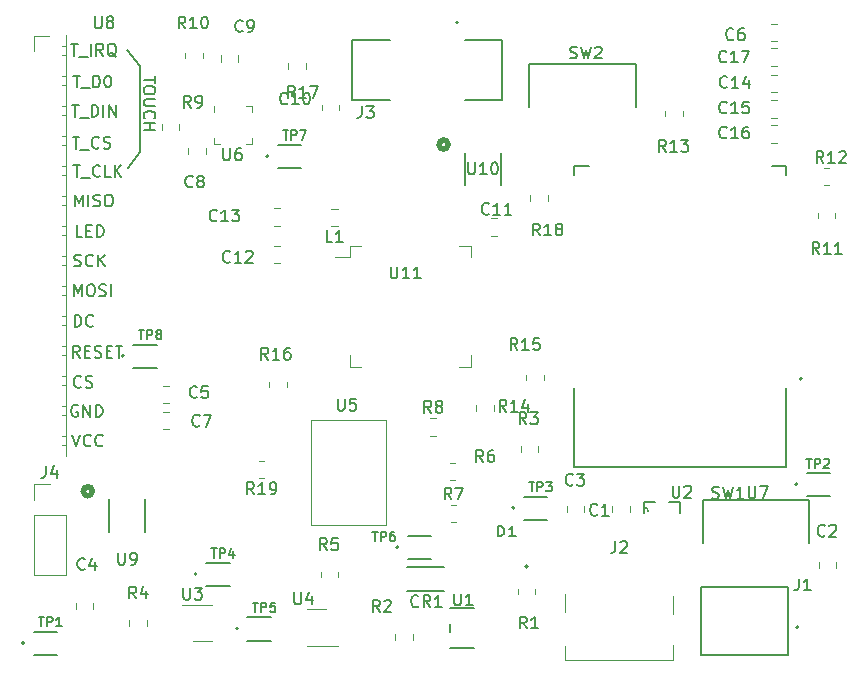
<source format=gbr>
%TF.GenerationSoftware,KiCad,Pcbnew,8.0.7*%
%TF.CreationDate,2024-12-23T22:44:15-05:00*%
%TF.ProjectId,OverSoon,4f766572-536f-46f6-9e2e-6b696361645f,rev?*%
%TF.SameCoordinates,Original*%
%TF.FileFunction,Legend,Top*%
%TF.FilePolarity,Positive*%
%FSLAX46Y46*%
G04 Gerber Fmt 4.6, Leading zero omitted, Abs format (unit mm)*
G04 Created by KiCad (PCBNEW 8.0.7) date 2024-12-23 22:44:15*
%MOMM*%
%LPD*%
G01*
G04 APERTURE LIST*
%ADD10C,0.150000*%
%ADD11C,0.152400*%
%ADD12C,0.120000*%
%ADD13C,0.200000*%
%ADD14C,0.100000*%
%ADD15C,0.127000*%
%ADD16C,0.508000*%
G04 APERTURE END LIST*
D10*
X217028733Y-136935380D02*
X216981114Y-136983000D01*
X216981114Y-136983000D02*
X216838257Y-137030619D01*
X216838257Y-137030619D02*
X216743019Y-137030619D01*
X216743019Y-137030619D02*
X216600162Y-136983000D01*
X216600162Y-136983000D02*
X216504924Y-136887761D01*
X216504924Y-136887761D02*
X216457305Y-136792523D01*
X216457305Y-136792523D02*
X216409686Y-136602047D01*
X216409686Y-136602047D02*
X216409686Y-136459190D01*
X216409686Y-136459190D02*
X216457305Y-136268714D01*
X216457305Y-136268714D02*
X216504924Y-136173476D01*
X216504924Y-136173476D02*
X216600162Y-136078238D01*
X216600162Y-136078238D02*
X216743019Y-136030619D01*
X216743019Y-136030619D02*
X216838257Y-136030619D01*
X216838257Y-136030619D02*
X216981114Y-136078238D01*
X216981114Y-136078238D02*
X217028733Y-136125857D01*
X217362067Y-136030619D02*
X217981114Y-136030619D01*
X217981114Y-136030619D02*
X217647781Y-136411571D01*
X217647781Y-136411571D02*
X217790638Y-136411571D01*
X217790638Y-136411571D02*
X217885876Y-136459190D01*
X217885876Y-136459190D02*
X217933495Y-136506809D01*
X217933495Y-136506809D02*
X217981114Y-136602047D01*
X217981114Y-136602047D02*
X217981114Y-136840142D01*
X217981114Y-136840142D02*
X217933495Y-136935380D01*
X217933495Y-136935380D02*
X217885876Y-136983000D01*
X217885876Y-136983000D02*
X217790638Y-137030619D01*
X217790638Y-137030619D02*
X217504924Y-137030619D01*
X217504924Y-137030619D02*
X217409686Y-136983000D01*
X217409686Y-136983000D02*
X217362067Y-136935380D01*
X209923142Y-113999180D02*
X209875523Y-114046800D01*
X209875523Y-114046800D02*
X209732666Y-114094419D01*
X209732666Y-114094419D02*
X209637428Y-114094419D01*
X209637428Y-114094419D02*
X209494571Y-114046800D01*
X209494571Y-114046800D02*
X209399333Y-113951561D01*
X209399333Y-113951561D02*
X209351714Y-113856323D01*
X209351714Y-113856323D02*
X209304095Y-113665847D01*
X209304095Y-113665847D02*
X209304095Y-113522990D01*
X209304095Y-113522990D02*
X209351714Y-113332514D01*
X209351714Y-113332514D02*
X209399333Y-113237276D01*
X209399333Y-113237276D02*
X209494571Y-113142038D01*
X209494571Y-113142038D02*
X209637428Y-113094419D01*
X209637428Y-113094419D02*
X209732666Y-113094419D01*
X209732666Y-113094419D02*
X209875523Y-113142038D01*
X209875523Y-113142038D02*
X209923142Y-113189657D01*
X210875523Y-114094419D02*
X210304095Y-114094419D01*
X210589809Y-114094419D02*
X210589809Y-113094419D01*
X210589809Y-113094419D02*
X210494571Y-113237276D01*
X210494571Y-113237276D02*
X210399333Y-113332514D01*
X210399333Y-113332514D02*
X210304095Y-113380133D01*
X211827904Y-114094419D02*
X211256476Y-114094419D01*
X211542190Y-114094419D02*
X211542190Y-113094419D01*
X211542190Y-113094419D02*
X211446952Y-113237276D01*
X211446952Y-113237276D02*
X211351714Y-113332514D01*
X211351714Y-113332514D02*
X211256476Y-113380133D01*
X212336142Y-125549819D02*
X212002809Y-125073628D01*
X211764714Y-125549819D02*
X211764714Y-124549819D01*
X211764714Y-124549819D02*
X212145666Y-124549819D01*
X212145666Y-124549819D02*
X212240904Y-124597438D01*
X212240904Y-124597438D02*
X212288523Y-124645057D01*
X212288523Y-124645057D02*
X212336142Y-124740295D01*
X212336142Y-124740295D02*
X212336142Y-124883152D01*
X212336142Y-124883152D02*
X212288523Y-124978390D01*
X212288523Y-124978390D02*
X212240904Y-125026009D01*
X212240904Y-125026009D02*
X212145666Y-125073628D01*
X212145666Y-125073628D02*
X211764714Y-125073628D01*
X213288523Y-125549819D02*
X212717095Y-125549819D01*
X213002809Y-125549819D02*
X213002809Y-124549819D01*
X213002809Y-124549819D02*
X212907571Y-124692676D01*
X212907571Y-124692676D02*
X212812333Y-124787914D01*
X212812333Y-124787914D02*
X212717095Y-124835533D01*
X214193285Y-124549819D02*
X213717095Y-124549819D01*
X213717095Y-124549819D02*
X213669476Y-125026009D01*
X213669476Y-125026009D02*
X213717095Y-124978390D01*
X213717095Y-124978390D02*
X213812333Y-124930771D01*
X213812333Y-124930771D02*
X214050428Y-124930771D01*
X214050428Y-124930771D02*
X214145666Y-124978390D01*
X214145666Y-124978390D02*
X214193285Y-125026009D01*
X214193285Y-125026009D02*
X214240904Y-125121247D01*
X214240904Y-125121247D02*
X214240904Y-125359342D01*
X214240904Y-125359342D02*
X214193285Y-125454580D01*
X214193285Y-125454580D02*
X214145666Y-125502200D01*
X214145666Y-125502200D02*
X214050428Y-125549819D01*
X214050428Y-125549819D02*
X213812333Y-125549819D01*
X213812333Y-125549819D02*
X213717095Y-125502200D01*
X213717095Y-125502200D02*
X213669476Y-125454580D01*
D11*
X210666105Y-141281417D02*
X210666105Y-140481317D01*
X210666105Y-140481317D02*
X210904200Y-140481317D01*
X210904200Y-140481317D02*
X211047057Y-140519417D01*
X211047057Y-140519417D02*
X211142295Y-140595617D01*
X211142295Y-140595617D02*
X211189914Y-140671817D01*
X211189914Y-140671817D02*
X211237533Y-140824217D01*
X211237533Y-140824217D02*
X211237533Y-140938517D01*
X211237533Y-140938517D02*
X211189914Y-141090917D01*
X211189914Y-141090917D02*
X211142295Y-141167117D01*
X211142295Y-141167117D02*
X211047057Y-141243317D01*
X211047057Y-141243317D02*
X210904200Y-141281417D01*
X210904200Y-141281417D02*
X210666105Y-141281417D01*
X212189914Y-141281417D02*
X211618486Y-141281417D01*
X211904200Y-141281417D02*
X211904200Y-140481317D01*
X211904200Y-140481317D02*
X211808962Y-140595617D01*
X211808962Y-140595617D02*
X211713724Y-140671817D01*
X211713724Y-140671817D02*
X211618486Y-140709917D01*
D10*
X238244142Y-109725619D02*
X237910809Y-109249428D01*
X237672714Y-109725619D02*
X237672714Y-108725619D01*
X237672714Y-108725619D02*
X238053666Y-108725619D01*
X238053666Y-108725619D02*
X238148904Y-108773238D01*
X238148904Y-108773238D02*
X238196523Y-108820857D01*
X238196523Y-108820857D02*
X238244142Y-108916095D01*
X238244142Y-108916095D02*
X238244142Y-109058952D01*
X238244142Y-109058952D02*
X238196523Y-109154190D01*
X238196523Y-109154190D02*
X238148904Y-109201809D01*
X238148904Y-109201809D02*
X238053666Y-109249428D01*
X238053666Y-109249428D02*
X237672714Y-109249428D01*
X239196523Y-109725619D02*
X238625095Y-109725619D01*
X238910809Y-109725619D02*
X238910809Y-108725619D01*
X238910809Y-108725619D02*
X238815571Y-108868476D01*
X238815571Y-108868476D02*
X238720333Y-108963714D01*
X238720333Y-108963714D02*
X238625095Y-109011333D01*
X239577476Y-108820857D02*
X239625095Y-108773238D01*
X239625095Y-108773238D02*
X239720333Y-108725619D01*
X239720333Y-108725619D02*
X239958428Y-108725619D01*
X239958428Y-108725619D02*
X240053666Y-108773238D01*
X240053666Y-108773238D02*
X240101285Y-108820857D01*
X240101285Y-108820857D02*
X240148904Y-108916095D01*
X240148904Y-108916095D02*
X240148904Y-109011333D01*
X240148904Y-109011333D02*
X240101285Y-109154190D01*
X240101285Y-109154190D02*
X239529857Y-109725619D01*
X239529857Y-109725619D02*
X240148904Y-109725619D01*
X224883742Y-108760419D02*
X224550409Y-108284228D01*
X224312314Y-108760419D02*
X224312314Y-107760419D01*
X224312314Y-107760419D02*
X224693266Y-107760419D01*
X224693266Y-107760419D02*
X224788504Y-107808038D01*
X224788504Y-107808038D02*
X224836123Y-107855657D01*
X224836123Y-107855657D02*
X224883742Y-107950895D01*
X224883742Y-107950895D02*
X224883742Y-108093752D01*
X224883742Y-108093752D02*
X224836123Y-108188990D01*
X224836123Y-108188990D02*
X224788504Y-108236609D01*
X224788504Y-108236609D02*
X224693266Y-108284228D01*
X224693266Y-108284228D02*
X224312314Y-108284228D01*
X225836123Y-108760419D02*
X225264695Y-108760419D01*
X225550409Y-108760419D02*
X225550409Y-107760419D01*
X225550409Y-107760419D02*
X225455171Y-107903276D01*
X225455171Y-107903276D02*
X225359933Y-107998514D01*
X225359933Y-107998514D02*
X225264695Y-108046133D01*
X226169457Y-107760419D02*
X226788504Y-107760419D01*
X226788504Y-107760419D02*
X226455171Y-108141371D01*
X226455171Y-108141371D02*
X226598028Y-108141371D01*
X226598028Y-108141371D02*
X226693266Y-108188990D01*
X226693266Y-108188990D02*
X226740885Y-108236609D01*
X226740885Y-108236609D02*
X226788504Y-108331847D01*
X226788504Y-108331847D02*
X226788504Y-108569942D01*
X226788504Y-108569942D02*
X226740885Y-108665180D01*
X226740885Y-108665180D02*
X226693266Y-108712800D01*
X226693266Y-108712800D02*
X226598028Y-108760419D01*
X226598028Y-108760419D02*
X226312314Y-108760419D01*
X226312314Y-108760419D02*
X226217076Y-108712800D01*
X226217076Y-108712800D02*
X226169457Y-108665180D01*
X189063333Y-98530580D02*
X189015714Y-98578200D01*
X189015714Y-98578200D02*
X188872857Y-98625819D01*
X188872857Y-98625819D02*
X188777619Y-98625819D01*
X188777619Y-98625819D02*
X188634762Y-98578200D01*
X188634762Y-98578200D02*
X188539524Y-98482961D01*
X188539524Y-98482961D02*
X188491905Y-98387723D01*
X188491905Y-98387723D02*
X188444286Y-98197247D01*
X188444286Y-98197247D02*
X188444286Y-98054390D01*
X188444286Y-98054390D02*
X188491905Y-97863914D01*
X188491905Y-97863914D02*
X188539524Y-97768676D01*
X188539524Y-97768676D02*
X188634762Y-97673438D01*
X188634762Y-97673438D02*
X188777619Y-97625819D01*
X188777619Y-97625819D02*
X188872857Y-97625819D01*
X188872857Y-97625819D02*
X189015714Y-97673438D01*
X189015714Y-97673438D02*
X189063333Y-97721057D01*
X189539524Y-98625819D02*
X189730000Y-98625819D01*
X189730000Y-98625819D02*
X189825238Y-98578200D01*
X189825238Y-98578200D02*
X189872857Y-98530580D01*
X189872857Y-98530580D02*
X189968095Y-98387723D01*
X189968095Y-98387723D02*
X190015714Y-98197247D01*
X190015714Y-98197247D02*
X190015714Y-97816295D01*
X190015714Y-97816295D02*
X189968095Y-97721057D01*
X189968095Y-97721057D02*
X189920476Y-97673438D01*
X189920476Y-97673438D02*
X189825238Y-97625819D01*
X189825238Y-97625819D02*
X189634762Y-97625819D01*
X189634762Y-97625819D02*
X189539524Y-97673438D01*
X189539524Y-97673438D02*
X189491905Y-97721057D01*
X189491905Y-97721057D02*
X189444286Y-97816295D01*
X189444286Y-97816295D02*
X189444286Y-98054390D01*
X189444286Y-98054390D02*
X189491905Y-98149628D01*
X189491905Y-98149628D02*
X189539524Y-98197247D01*
X189539524Y-98197247D02*
X189634762Y-98244866D01*
X189634762Y-98244866D02*
X189825238Y-98244866D01*
X189825238Y-98244866D02*
X189920476Y-98197247D01*
X189920476Y-98197247D02*
X189968095Y-98149628D01*
X189968095Y-98149628D02*
X190015714Y-98054390D01*
X187426695Y-108471619D02*
X187426695Y-109281142D01*
X187426695Y-109281142D02*
X187474314Y-109376380D01*
X187474314Y-109376380D02*
X187521933Y-109424000D01*
X187521933Y-109424000D02*
X187617171Y-109471619D01*
X187617171Y-109471619D02*
X187807647Y-109471619D01*
X187807647Y-109471619D02*
X187902885Y-109424000D01*
X187902885Y-109424000D02*
X187950504Y-109376380D01*
X187950504Y-109376380D02*
X187998123Y-109281142D01*
X187998123Y-109281142D02*
X187998123Y-108471619D01*
X188902885Y-108471619D02*
X188712409Y-108471619D01*
X188712409Y-108471619D02*
X188617171Y-108519238D01*
X188617171Y-108519238D02*
X188569552Y-108566857D01*
X188569552Y-108566857D02*
X188474314Y-108709714D01*
X188474314Y-108709714D02*
X188426695Y-108900190D01*
X188426695Y-108900190D02*
X188426695Y-109281142D01*
X188426695Y-109281142D02*
X188474314Y-109376380D01*
X188474314Y-109376380D02*
X188521933Y-109424000D01*
X188521933Y-109424000D02*
X188617171Y-109471619D01*
X188617171Y-109471619D02*
X188807647Y-109471619D01*
X188807647Y-109471619D02*
X188902885Y-109424000D01*
X188902885Y-109424000D02*
X188950504Y-109376380D01*
X188950504Y-109376380D02*
X188998123Y-109281142D01*
X188998123Y-109281142D02*
X188998123Y-109043047D01*
X188998123Y-109043047D02*
X188950504Y-108947809D01*
X188950504Y-108947809D02*
X188902885Y-108900190D01*
X188902885Y-108900190D02*
X188807647Y-108852571D01*
X188807647Y-108852571D02*
X188617171Y-108852571D01*
X188617171Y-108852571D02*
X188521933Y-108900190D01*
X188521933Y-108900190D02*
X188474314Y-108947809D01*
X188474314Y-108947809D02*
X188426695Y-109043047D01*
X184846933Y-111687780D02*
X184799314Y-111735400D01*
X184799314Y-111735400D02*
X184656457Y-111783019D01*
X184656457Y-111783019D02*
X184561219Y-111783019D01*
X184561219Y-111783019D02*
X184418362Y-111735400D01*
X184418362Y-111735400D02*
X184323124Y-111640161D01*
X184323124Y-111640161D02*
X184275505Y-111544923D01*
X184275505Y-111544923D02*
X184227886Y-111354447D01*
X184227886Y-111354447D02*
X184227886Y-111211590D01*
X184227886Y-111211590D02*
X184275505Y-111021114D01*
X184275505Y-111021114D02*
X184323124Y-110925876D01*
X184323124Y-110925876D02*
X184418362Y-110830638D01*
X184418362Y-110830638D02*
X184561219Y-110783019D01*
X184561219Y-110783019D02*
X184656457Y-110783019D01*
X184656457Y-110783019D02*
X184799314Y-110830638D01*
X184799314Y-110830638D02*
X184846933Y-110878257D01*
X185418362Y-111211590D02*
X185323124Y-111163971D01*
X185323124Y-111163971D02*
X185275505Y-111116352D01*
X185275505Y-111116352D02*
X185227886Y-111021114D01*
X185227886Y-111021114D02*
X185227886Y-110973495D01*
X185227886Y-110973495D02*
X185275505Y-110878257D01*
X185275505Y-110878257D02*
X185323124Y-110830638D01*
X185323124Y-110830638D02*
X185418362Y-110783019D01*
X185418362Y-110783019D02*
X185608838Y-110783019D01*
X185608838Y-110783019D02*
X185704076Y-110830638D01*
X185704076Y-110830638D02*
X185751695Y-110878257D01*
X185751695Y-110878257D02*
X185799314Y-110973495D01*
X185799314Y-110973495D02*
X185799314Y-111021114D01*
X185799314Y-111021114D02*
X185751695Y-111116352D01*
X185751695Y-111116352D02*
X185704076Y-111163971D01*
X185704076Y-111163971D02*
X185608838Y-111211590D01*
X185608838Y-111211590D02*
X185418362Y-111211590D01*
X185418362Y-111211590D02*
X185323124Y-111259209D01*
X185323124Y-111259209D02*
X185275505Y-111306828D01*
X185275505Y-111306828D02*
X185227886Y-111402066D01*
X185227886Y-111402066D02*
X185227886Y-111592542D01*
X185227886Y-111592542D02*
X185275505Y-111687780D01*
X185275505Y-111687780D02*
X185323124Y-111735400D01*
X185323124Y-111735400D02*
X185418362Y-111783019D01*
X185418362Y-111783019D02*
X185608838Y-111783019D01*
X185608838Y-111783019D02*
X185704076Y-111735400D01*
X185704076Y-111735400D02*
X185751695Y-111687780D01*
X185751695Y-111687780D02*
X185799314Y-111592542D01*
X185799314Y-111592542D02*
X185799314Y-111402066D01*
X185799314Y-111402066D02*
X185751695Y-111306828D01*
X185751695Y-111306828D02*
X185704076Y-111259209D01*
X185704076Y-111259209D02*
X185608838Y-111211590D01*
X216800890Y-100813704D02*
X216943852Y-100861357D01*
X216943852Y-100861357D02*
X217182121Y-100861357D01*
X217182121Y-100861357D02*
X217277429Y-100813704D01*
X217277429Y-100813704D02*
X217325083Y-100766050D01*
X217325083Y-100766050D02*
X217372737Y-100670742D01*
X217372737Y-100670742D02*
X217372737Y-100575434D01*
X217372737Y-100575434D02*
X217325083Y-100480126D01*
X217325083Y-100480126D02*
X217277429Y-100432472D01*
X217277429Y-100432472D02*
X217182121Y-100384818D01*
X217182121Y-100384818D02*
X216991506Y-100337164D01*
X216991506Y-100337164D02*
X216896198Y-100289511D01*
X216896198Y-100289511D02*
X216848544Y-100241857D01*
X216848544Y-100241857D02*
X216800890Y-100146549D01*
X216800890Y-100146549D02*
X216800890Y-100051241D01*
X216800890Y-100051241D02*
X216848544Y-99955933D01*
X216848544Y-99955933D02*
X216896198Y-99908279D01*
X216896198Y-99908279D02*
X216991506Y-99860625D01*
X216991506Y-99860625D02*
X217229775Y-99860625D01*
X217229775Y-99860625D02*
X217372737Y-99908279D01*
X217706314Y-99860625D02*
X217944584Y-100861357D01*
X217944584Y-100861357D02*
X218135199Y-100146549D01*
X218135199Y-100146549D02*
X218325815Y-100861357D01*
X218325815Y-100861357D02*
X218564085Y-99860625D01*
X218897662Y-99955933D02*
X218945316Y-99908279D01*
X218945316Y-99908279D02*
X219040624Y-99860625D01*
X219040624Y-99860625D02*
X219278893Y-99860625D01*
X219278893Y-99860625D02*
X219374201Y-99908279D01*
X219374201Y-99908279D02*
X219421855Y-99955933D01*
X219421855Y-99955933D02*
X219469509Y-100051241D01*
X219469509Y-100051241D02*
X219469509Y-100146549D01*
X219469509Y-100146549D02*
X219421855Y-100289511D01*
X219421855Y-100289511D02*
X218850008Y-100861357D01*
X218850008Y-100861357D02*
X219469509Y-100861357D01*
X225475895Y-137046619D02*
X225475895Y-137856142D01*
X225475895Y-137856142D02*
X225523514Y-137951380D01*
X225523514Y-137951380D02*
X225571133Y-137999000D01*
X225571133Y-137999000D02*
X225666371Y-138046619D01*
X225666371Y-138046619D02*
X225856847Y-138046619D01*
X225856847Y-138046619D02*
X225952085Y-137999000D01*
X225952085Y-137999000D02*
X225999704Y-137951380D01*
X225999704Y-137951380D02*
X226047323Y-137856142D01*
X226047323Y-137856142D02*
X226047323Y-137046619D01*
X226475895Y-137141857D02*
X226523514Y-137094238D01*
X226523514Y-137094238D02*
X226618752Y-137046619D01*
X226618752Y-137046619D02*
X226856847Y-137046619D01*
X226856847Y-137046619D02*
X226952085Y-137094238D01*
X226952085Y-137094238D02*
X226999704Y-137141857D01*
X226999704Y-137141857D02*
X227047323Y-137237095D01*
X227047323Y-137237095D02*
X227047323Y-137332333D01*
X227047323Y-137332333D02*
X226999704Y-137475190D01*
X226999704Y-137475190D02*
X226428276Y-138046619D01*
X226428276Y-138046619D02*
X227047323Y-138046619D01*
X197129495Y-129680619D02*
X197129495Y-130490142D01*
X197129495Y-130490142D02*
X197177114Y-130585380D01*
X197177114Y-130585380D02*
X197224733Y-130633000D01*
X197224733Y-130633000D02*
X197319971Y-130680619D01*
X197319971Y-130680619D02*
X197510447Y-130680619D01*
X197510447Y-130680619D02*
X197605685Y-130633000D01*
X197605685Y-130633000D02*
X197653304Y-130585380D01*
X197653304Y-130585380D02*
X197700923Y-130490142D01*
X197700923Y-130490142D02*
X197700923Y-129680619D01*
X198653304Y-129680619D02*
X198177114Y-129680619D01*
X198177114Y-129680619D02*
X198129495Y-130156809D01*
X198129495Y-130156809D02*
X198177114Y-130109190D01*
X198177114Y-130109190D02*
X198272352Y-130061571D01*
X198272352Y-130061571D02*
X198510447Y-130061571D01*
X198510447Y-130061571D02*
X198605685Y-130109190D01*
X198605685Y-130109190D02*
X198653304Y-130156809D01*
X198653304Y-130156809D02*
X198700923Y-130252047D01*
X198700923Y-130252047D02*
X198700923Y-130490142D01*
X198700923Y-130490142D02*
X198653304Y-130585380D01*
X198653304Y-130585380D02*
X198605685Y-130633000D01*
X198605685Y-130633000D02*
X198510447Y-130680619D01*
X198510447Y-130680619D02*
X198272352Y-130680619D01*
X198272352Y-130680619D02*
X198177114Y-130633000D01*
X198177114Y-130633000D02*
X198129495Y-130585380D01*
X192470476Y-106948895D02*
X192927619Y-106948895D01*
X192699047Y-107748895D02*
X192699047Y-106948895D01*
X193194286Y-107748895D02*
X193194286Y-106948895D01*
X193194286Y-106948895D02*
X193499048Y-106948895D01*
X193499048Y-106948895D02*
X193575238Y-106986990D01*
X193575238Y-106986990D02*
X193613333Y-107025085D01*
X193613333Y-107025085D02*
X193651429Y-107101276D01*
X193651429Y-107101276D02*
X193651429Y-107215561D01*
X193651429Y-107215561D02*
X193613333Y-107291752D01*
X193613333Y-107291752D02*
X193575238Y-107329847D01*
X193575238Y-107329847D02*
X193499048Y-107367942D01*
X193499048Y-107367942D02*
X193194286Y-107367942D01*
X193918095Y-106948895D02*
X194451429Y-106948895D01*
X194451429Y-106948895D02*
X194108571Y-107748895D01*
X209434133Y-135024019D02*
X209100800Y-134547828D01*
X208862705Y-135024019D02*
X208862705Y-134024019D01*
X208862705Y-134024019D02*
X209243657Y-134024019D01*
X209243657Y-134024019D02*
X209338895Y-134071638D01*
X209338895Y-134071638D02*
X209386514Y-134119257D01*
X209386514Y-134119257D02*
X209434133Y-134214495D01*
X209434133Y-134214495D02*
X209434133Y-134357352D01*
X209434133Y-134357352D02*
X209386514Y-134452590D01*
X209386514Y-134452590D02*
X209338895Y-134500209D01*
X209338895Y-134500209D02*
X209243657Y-134547828D01*
X209243657Y-134547828D02*
X208862705Y-134547828D01*
X210291276Y-134024019D02*
X210100800Y-134024019D01*
X210100800Y-134024019D02*
X210005562Y-134071638D01*
X210005562Y-134071638D02*
X209957943Y-134119257D01*
X209957943Y-134119257D02*
X209862705Y-134262114D01*
X209862705Y-134262114D02*
X209815086Y-134452590D01*
X209815086Y-134452590D02*
X209815086Y-134833542D01*
X209815086Y-134833542D02*
X209862705Y-134928780D01*
X209862705Y-134928780D02*
X209910324Y-134976400D01*
X209910324Y-134976400D02*
X210005562Y-135024019D01*
X210005562Y-135024019D02*
X210196038Y-135024019D01*
X210196038Y-135024019D02*
X210291276Y-134976400D01*
X210291276Y-134976400D02*
X210338895Y-134928780D01*
X210338895Y-134928780D02*
X210386514Y-134833542D01*
X210386514Y-134833542D02*
X210386514Y-134595447D01*
X210386514Y-134595447D02*
X210338895Y-134500209D01*
X210338895Y-134500209D02*
X210291276Y-134452590D01*
X210291276Y-134452590D02*
X210196038Y-134404971D01*
X210196038Y-134404971D02*
X210005562Y-134404971D01*
X210005562Y-134404971D02*
X209910324Y-134452590D01*
X209910324Y-134452590D02*
X209862705Y-134500209D01*
X209862705Y-134500209D02*
X209815086Y-134595447D01*
X199158266Y-104890219D02*
X199158266Y-105604504D01*
X199158266Y-105604504D02*
X199110647Y-105747361D01*
X199110647Y-105747361D02*
X199015409Y-105842600D01*
X199015409Y-105842600D02*
X198872552Y-105890219D01*
X198872552Y-105890219D02*
X198777314Y-105890219D01*
X199539219Y-104890219D02*
X200158266Y-104890219D01*
X200158266Y-104890219D02*
X199824933Y-105271171D01*
X199824933Y-105271171D02*
X199967790Y-105271171D01*
X199967790Y-105271171D02*
X200063028Y-105318790D01*
X200063028Y-105318790D02*
X200110647Y-105366409D01*
X200110647Y-105366409D02*
X200158266Y-105461647D01*
X200158266Y-105461647D02*
X200158266Y-105699742D01*
X200158266Y-105699742D02*
X200110647Y-105794980D01*
X200110647Y-105794980D02*
X200063028Y-105842600D01*
X200063028Y-105842600D02*
X199967790Y-105890219D01*
X199967790Y-105890219D02*
X199682076Y-105890219D01*
X199682076Y-105890219D02*
X199586838Y-105842600D01*
X199586838Y-105842600D02*
X199539219Y-105794980D01*
X189905076Y-146928495D02*
X190362219Y-146928495D01*
X190133647Y-147728495D02*
X190133647Y-146928495D01*
X190628886Y-147728495D02*
X190628886Y-146928495D01*
X190628886Y-146928495D02*
X190933648Y-146928495D01*
X190933648Y-146928495D02*
X191009838Y-146966590D01*
X191009838Y-146966590D02*
X191047933Y-147004685D01*
X191047933Y-147004685D02*
X191086029Y-147080876D01*
X191086029Y-147080876D02*
X191086029Y-147195161D01*
X191086029Y-147195161D02*
X191047933Y-147271352D01*
X191047933Y-147271352D02*
X191009838Y-147309447D01*
X191009838Y-147309447D02*
X190933648Y-147347542D01*
X190933648Y-147347542D02*
X190628886Y-147347542D01*
X191809838Y-146928495D02*
X191428886Y-146928495D01*
X191428886Y-146928495D02*
X191390790Y-147309447D01*
X191390790Y-147309447D02*
X191428886Y-147271352D01*
X191428886Y-147271352D02*
X191505076Y-147233257D01*
X191505076Y-147233257D02*
X191695552Y-147233257D01*
X191695552Y-147233257D02*
X191771743Y-147271352D01*
X191771743Y-147271352D02*
X191809838Y-147309447D01*
X191809838Y-147309447D02*
X191847933Y-147385638D01*
X191847933Y-147385638D02*
X191847933Y-147576114D01*
X191847933Y-147576114D02*
X191809838Y-147652304D01*
X191809838Y-147652304D02*
X191771743Y-147690400D01*
X191771743Y-147690400D02*
X191695552Y-147728495D01*
X191695552Y-147728495D02*
X191505076Y-147728495D01*
X191505076Y-147728495D02*
X191428886Y-147690400D01*
X191428886Y-147690400D02*
X191390790Y-147652304D01*
X176559695Y-97305819D02*
X176559695Y-98115342D01*
X176559695Y-98115342D02*
X176607314Y-98210580D01*
X176607314Y-98210580D02*
X176654933Y-98258200D01*
X176654933Y-98258200D02*
X176750171Y-98305819D01*
X176750171Y-98305819D02*
X176940647Y-98305819D01*
X176940647Y-98305819D02*
X177035885Y-98258200D01*
X177035885Y-98258200D02*
X177083504Y-98210580D01*
X177083504Y-98210580D02*
X177131123Y-98115342D01*
X177131123Y-98115342D02*
X177131123Y-97305819D01*
X177750171Y-97734390D02*
X177654933Y-97686771D01*
X177654933Y-97686771D02*
X177607314Y-97639152D01*
X177607314Y-97639152D02*
X177559695Y-97543914D01*
X177559695Y-97543914D02*
X177559695Y-97496295D01*
X177559695Y-97496295D02*
X177607314Y-97401057D01*
X177607314Y-97401057D02*
X177654933Y-97353438D01*
X177654933Y-97353438D02*
X177750171Y-97305819D01*
X177750171Y-97305819D02*
X177940647Y-97305819D01*
X177940647Y-97305819D02*
X178035885Y-97353438D01*
X178035885Y-97353438D02*
X178083504Y-97401057D01*
X178083504Y-97401057D02*
X178131123Y-97496295D01*
X178131123Y-97496295D02*
X178131123Y-97543914D01*
X178131123Y-97543914D02*
X178083504Y-97639152D01*
X178083504Y-97639152D02*
X178035885Y-97686771D01*
X178035885Y-97686771D02*
X177940647Y-97734390D01*
X177940647Y-97734390D02*
X177750171Y-97734390D01*
X177750171Y-97734390D02*
X177654933Y-97782009D01*
X177654933Y-97782009D02*
X177607314Y-97829628D01*
X177607314Y-97829628D02*
X177559695Y-97924866D01*
X177559695Y-97924866D02*
X177559695Y-98115342D01*
X177559695Y-98115342D02*
X177607314Y-98210580D01*
X177607314Y-98210580D02*
X177654933Y-98258200D01*
X177654933Y-98258200D02*
X177750171Y-98305819D01*
X177750171Y-98305819D02*
X177940647Y-98305819D01*
X177940647Y-98305819D02*
X178035885Y-98258200D01*
X178035885Y-98258200D02*
X178083504Y-98210580D01*
X178083504Y-98210580D02*
X178131123Y-98115342D01*
X178131123Y-98115342D02*
X178131123Y-97924866D01*
X178131123Y-97924866D02*
X178083504Y-97829628D01*
X178083504Y-97829628D02*
X178035885Y-97782009D01*
X178035885Y-97782009D02*
X177940647Y-97734390D01*
X174838979Y-123578019D02*
X174838979Y-122578019D01*
X174838979Y-122578019D02*
X175077074Y-122578019D01*
X175077074Y-122578019D02*
X175219931Y-122625638D01*
X175219931Y-122625638D02*
X175315169Y-122720876D01*
X175315169Y-122720876D02*
X175362788Y-122816114D01*
X175362788Y-122816114D02*
X175410407Y-123006590D01*
X175410407Y-123006590D02*
X175410407Y-123149447D01*
X175410407Y-123149447D02*
X175362788Y-123339923D01*
X175362788Y-123339923D02*
X175315169Y-123435161D01*
X175315169Y-123435161D02*
X175219931Y-123530400D01*
X175219931Y-123530400D02*
X175077074Y-123578019D01*
X175077074Y-123578019D02*
X174838979Y-123578019D01*
X176410407Y-123482780D02*
X176362788Y-123530400D01*
X176362788Y-123530400D02*
X176219931Y-123578019D01*
X176219931Y-123578019D02*
X176124693Y-123578019D01*
X176124693Y-123578019D02*
X175981836Y-123530400D01*
X175981836Y-123530400D02*
X175886598Y-123435161D01*
X175886598Y-123435161D02*
X175838979Y-123339923D01*
X175838979Y-123339923D02*
X175791360Y-123149447D01*
X175791360Y-123149447D02*
X175791360Y-123006590D01*
X175791360Y-123006590D02*
X175838979Y-122816114D01*
X175838979Y-122816114D02*
X175886598Y-122720876D01*
X175886598Y-122720876D02*
X175981836Y-122625638D01*
X175981836Y-122625638D02*
X176124693Y-122578019D01*
X176124693Y-122578019D02*
X176219931Y-122578019D01*
X176219931Y-122578019D02*
X176362788Y-122625638D01*
X176362788Y-122625638D02*
X176410407Y-122673257D01*
X174864379Y-113392619D02*
X174864379Y-112392619D01*
X174864379Y-112392619D02*
X175197712Y-113106904D01*
X175197712Y-113106904D02*
X175531045Y-112392619D01*
X175531045Y-112392619D02*
X175531045Y-113392619D01*
X176007236Y-113392619D02*
X176007236Y-112392619D01*
X176435807Y-113345000D02*
X176578664Y-113392619D01*
X176578664Y-113392619D02*
X176816759Y-113392619D01*
X176816759Y-113392619D02*
X176911997Y-113345000D01*
X176911997Y-113345000D02*
X176959616Y-113297380D01*
X176959616Y-113297380D02*
X177007235Y-113202142D01*
X177007235Y-113202142D02*
X177007235Y-113106904D01*
X177007235Y-113106904D02*
X176959616Y-113011666D01*
X176959616Y-113011666D02*
X176911997Y-112964047D01*
X176911997Y-112964047D02*
X176816759Y-112916428D01*
X176816759Y-112916428D02*
X176626283Y-112868809D01*
X176626283Y-112868809D02*
X176531045Y-112821190D01*
X176531045Y-112821190D02*
X176483426Y-112773571D01*
X176483426Y-112773571D02*
X176435807Y-112678333D01*
X176435807Y-112678333D02*
X176435807Y-112583095D01*
X176435807Y-112583095D02*
X176483426Y-112487857D01*
X176483426Y-112487857D02*
X176531045Y-112440238D01*
X176531045Y-112440238D02*
X176626283Y-112392619D01*
X176626283Y-112392619D02*
X176864378Y-112392619D01*
X176864378Y-112392619D02*
X177007235Y-112440238D01*
X177626283Y-112392619D02*
X177816759Y-112392619D01*
X177816759Y-112392619D02*
X177911997Y-112440238D01*
X177911997Y-112440238D02*
X178007235Y-112535476D01*
X178007235Y-112535476D02*
X178054854Y-112725952D01*
X178054854Y-112725952D02*
X178054854Y-113059285D01*
X178054854Y-113059285D02*
X178007235Y-113249761D01*
X178007235Y-113249761D02*
X177911997Y-113345000D01*
X177911997Y-113345000D02*
X177816759Y-113392619D01*
X177816759Y-113392619D02*
X177626283Y-113392619D01*
X177626283Y-113392619D02*
X177531045Y-113345000D01*
X177531045Y-113345000D02*
X177435807Y-113249761D01*
X177435807Y-113249761D02*
X177388188Y-113059285D01*
X177388188Y-113059285D02*
X177388188Y-112725952D01*
X177388188Y-112725952D02*
X177435807Y-112535476D01*
X177435807Y-112535476D02*
X177531045Y-112440238D01*
X177531045Y-112440238D02*
X177626283Y-112392619D01*
X174645322Y-132712619D02*
X174978655Y-133712619D01*
X174978655Y-133712619D02*
X175311988Y-132712619D01*
X176216750Y-133617380D02*
X176169131Y-133665000D01*
X176169131Y-133665000D02*
X176026274Y-133712619D01*
X176026274Y-133712619D02*
X175931036Y-133712619D01*
X175931036Y-133712619D02*
X175788179Y-133665000D01*
X175788179Y-133665000D02*
X175692941Y-133569761D01*
X175692941Y-133569761D02*
X175645322Y-133474523D01*
X175645322Y-133474523D02*
X175597703Y-133284047D01*
X175597703Y-133284047D02*
X175597703Y-133141190D01*
X175597703Y-133141190D02*
X175645322Y-132950714D01*
X175645322Y-132950714D02*
X175692941Y-132855476D01*
X175692941Y-132855476D02*
X175788179Y-132760238D01*
X175788179Y-132760238D02*
X175931036Y-132712619D01*
X175931036Y-132712619D02*
X176026274Y-132712619D01*
X176026274Y-132712619D02*
X176169131Y-132760238D01*
X176169131Y-132760238D02*
X176216750Y-132807857D01*
X177216750Y-133617380D02*
X177169131Y-133665000D01*
X177169131Y-133665000D02*
X177026274Y-133712619D01*
X177026274Y-133712619D02*
X176931036Y-133712619D01*
X176931036Y-133712619D02*
X176788179Y-133665000D01*
X176788179Y-133665000D02*
X176692941Y-133569761D01*
X176692941Y-133569761D02*
X176645322Y-133474523D01*
X176645322Y-133474523D02*
X176597703Y-133284047D01*
X176597703Y-133284047D02*
X176597703Y-133141190D01*
X176597703Y-133141190D02*
X176645322Y-132950714D01*
X176645322Y-132950714D02*
X176692941Y-132855476D01*
X176692941Y-132855476D02*
X176788179Y-132760238D01*
X176788179Y-132760238D02*
X176931036Y-132712619D01*
X176931036Y-132712619D02*
X177026274Y-132712619D01*
X177026274Y-132712619D02*
X177169131Y-132760238D01*
X177169131Y-132760238D02*
X177216750Y-132807857D01*
X174746922Y-109903419D02*
X175318350Y-109903419D01*
X175032636Y-110903419D02*
X175032636Y-109903419D01*
X175413589Y-110998657D02*
X176175493Y-110998657D01*
X176985017Y-110808180D02*
X176937398Y-110855800D01*
X176937398Y-110855800D02*
X176794541Y-110903419D01*
X176794541Y-110903419D02*
X176699303Y-110903419D01*
X176699303Y-110903419D02*
X176556446Y-110855800D01*
X176556446Y-110855800D02*
X176461208Y-110760561D01*
X176461208Y-110760561D02*
X176413589Y-110665323D01*
X176413589Y-110665323D02*
X176365970Y-110474847D01*
X176365970Y-110474847D02*
X176365970Y-110331990D01*
X176365970Y-110331990D02*
X176413589Y-110141514D01*
X176413589Y-110141514D02*
X176461208Y-110046276D01*
X176461208Y-110046276D02*
X176556446Y-109951038D01*
X176556446Y-109951038D02*
X176699303Y-109903419D01*
X176699303Y-109903419D02*
X176794541Y-109903419D01*
X176794541Y-109903419D02*
X176937398Y-109951038D01*
X176937398Y-109951038D02*
X176985017Y-109998657D01*
X177889779Y-110903419D02*
X177413589Y-110903419D01*
X177413589Y-110903419D02*
X177413589Y-109903419D01*
X178223113Y-110903419D02*
X178223113Y-109903419D01*
X178794541Y-110903419D02*
X178365970Y-110331990D01*
X178794541Y-109903419D02*
X178223113Y-110474847D01*
X174619922Y-104798019D02*
X175191350Y-104798019D01*
X174905636Y-105798019D02*
X174905636Y-104798019D01*
X175286589Y-105893257D02*
X176048493Y-105893257D01*
X176286589Y-105798019D02*
X176286589Y-104798019D01*
X176286589Y-104798019D02*
X176524684Y-104798019D01*
X176524684Y-104798019D02*
X176667541Y-104845638D01*
X176667541Y-104845638D02*
X176762779Y-104940876D01*
X176762779Y-104940876D02*
X176810398Y-105036114D01*
X176810398Y-105036114D02*
X176858017Y-105226590D01*
X176858017Y-105226590D02*
X176858017Y-105369447D01*
X176858017Y-105369447D02*
X176810398Y-105559923D01*
X176810398Y-105559923D02*
X176762779Y-105655161D01*
X176762779Y-105655161D02*
X176667541Y-105750400D01*
X176667541Y-105750400D02*
X176524684Y-105798019D01*
X176524684Y-105798019D02*
X176286589Y-105798019D01*
X177286589Y-105798019D02*
X177286589Y-104798019D01*
X177762779Y-105798019D02*
X177762779Y-104798019D01*
X177762779Y-104798019D02*
X178334207Y-105798019D01*
X178334207Y-105798019D02*
X178334207Y-104798019D01*
X175258007Y-126194219D02*
X174924674Y-125718028D01*
X174686579Y-126194219D02*
X174686579Y-125194219D01*
X174686579Y-125194219D02*
X175067531Y-125194219D01*
X175067531Y-125194219D02*
X175162769Y-125241838D01*
X175162769Y-125241838D02*
X175210388Y-125289457D01*
X175210388Y-125289457D02*
X175258007Y-125384695D01*
X175258007Y-125384695D02*
X175258007Y-125527552D01*
X175258007Y-125527552D02*
X175210388Y-125622790D01*
X175210388Y-125622790D02*
X175162769Y-125670409D01*
X175162769Y-125670409D02*
X175067531Y-125718028D01*
X175067531Y-125718028D02*
X174686579Y-125718028D01*
X175686579Y-125670409D02*
X176019912Y-125670409D01*
X176162769Y-126194219D02*
X175686579Y-126194219D01*
X175686579Y-126194219D02*
X175686579Y-125194219D01*
X175686579Y-125194219D02*
X176162769Y-125194219D01*
X176543722Y-126146600D02*
X176686579Y-126194219D01*
X176686579Y-126194219D02*
X176924674Y-126194219D01*
X176924674Y-126194219D02*
X177019912Y-126146600D01*
X177019912Y-126146600D02*
X177067531Y-126098980D01*
X177067531Y-126098980D02*
X177115150Y-126003742D01*
X177115150Y-126003742D02*
X177115150Y-125908504D01*
X177115150Y-125908504D02*
X177067531Y-125813266D01*
X177067531Y-125813266D02*
X177019912Y-125765647D01*
X177019912Y-125765647D02*
X176924674Y-125718028D01*
X176924674Y-125718028D02*
X176734198Y-125670409D01*
X176734198Y-125670409D02*
X176638960Y-125622790D01*
X176638960Y-125622790D02*
X176591341Y-125575171D01*
X176591341Y-125575171D02*
X176543722Y-125479933D01*
X176543722Y-125479933D02*
X176543722Y-125384695D01*
X176543722Y-125384695D02*
X176591341Y-125289457D01*
X176591341Y-125289457D02*
X176638960Y-125241838D01*
X176638960Y-125241838D02*
X176734198Y-125194219D01*
X176734198Y-125194219D02*
X176972293Y-125194219D01*
X176972293Y-125194219D02*
X177115150Y-125241838D01*
X177543722Y-125670409D02*
X177877055Y-125670409D01*
X178019912Y-126194219D02*
X177543722Y-126194219D01*
X177543722Y-126194219D02*
X177543722Y-125194219D01*
X177543722Y-125194219D02*
X178019912Y-125194219D01*
X178305627Y-125194219D02*
X178877055Y-125194219D01*
X178591341Y-126194219D02*
X178591341Y-125194219D01*
X174670722Y-107490419D02*
X175242150Y-107490419D01*
X174956436Y-108490419D02*
X174956436Y-107490419D01*
X175337389Y-108585657D02*
X176099293Y-108585657D01*
X176908817Y-108395180D02*
X176861198Y-108442800D01*
X176861198Y-108442800D02*
X176718341Y-108490419D01*
X176718341Y-108490419D02*
X176623103Y-108490419D01*
X176623103Y-108490419D02*
X176480246Y-108442800D01*
X176480246Y-108442800D02*
X176385008Y-108347561D01*
X176385008Y-108347561D02*
X176337389Y-108252323D01*
X176337389Y-108252323D02*
X176289770Y-108061847D01*
X176289770Y-108061847D02*
X176289770Y-107918990D01*
X176289770Y-107918990D02*
X176337389Y-107728514D01*
X176337389Y-107728514D02*
X176385008Y-107633276D01*
X176385008Y-107633276D02*
X176480246Y-107538038D01*
X176480246Y-107538038D02*
X176623103Y-107490419D01*
X176623103Y-107490419D02*
X176718341Y-107490419D01*
X176718341Y-107490419D02*
X176861198Y-107538038D01*
X176861198Y-107538038D02*
X176908817Y-107585657D01*
X177289770Y-108442800D02*
X177432627Y-108490419D01*
X177432627Y-108490419D02*
X177670722Y-108490419D01*
X177670722Y-108490419D02*
X177765960Y-108442800D01*
X177765960Y-108442800D02*
X177813579Y-108395180D01*
X177813579Y-108395180D02*
X177861198Y-108299942D01*
X177861198Y-108299942D02*
X177861198Y-108204704D01*
X177861198Y-108204704D02*
X177813579Y-108109466D01*
X177813579Y-108109466D02*
X177765960Y-108061847D01*
X177765960Y-108061847D02*
X177670722Y-108014228D01*
X177670722Y-108014228D02*
X177480246Y-107966609D01*
X177480246Y-107966609D02*
X177385008Y-107918990D01*
X177385008Y-107918990D02*
X177337389Y-107871371D01*
X177337389Y-107871371D02*
X177289770Y-107776133D01*
X177289770Y-107776133D02*
X177289770Y-107680895D01*
X177289770Y-107680895D02*
X177337389Y-107585657D01*
X177337389Y-107585657D02*
X177385008Y-107538038D01*
X177385008Y-107538038D02*
X177480246Y-107490419D01*
X177480246Y-107490419D02*
X177718341Y-107490419D01*
X177718341Y-107490419D02*
X177861198Y-107538038D01*
X175108788Y-130245638D02*
X175013550Y-130198019D01*
X175013550Y-130198019D02*
X174870693Y-130198019D01*
X174870693Y-130198019D02*
X174727836Y-130245638D01*
X174727836Y-130245638D02*
X174632598Y-130340876D01*
X174632598Y-130340876D02*
X174584979Y-130436114D01*
X174584979Y-130436114D02*
X174537360Y-130626590D01*
X174537360Y-130626590D02*
X174537360Y-130769447D01*
X174537360Y-130769447D02*
X174584979Y-130959923D01*
X174584979Y-130959923D02*
X174632598Y-131055161D01*
X174632598Y-131055161D02*
X174727836Y-131150400D01*
X174727836Y-131150400D02*
X174870693Y-131198019D01*
X174870693Y-131198019D02*
X174965931Y-131198019D01*
X174965931Y-131198019D02*
X175108788Y-131150400D01*
X175108788Y-131150400D02*
X175156407Y-131102780D01*
X175156407Y-131102780D02*
X175156407Y-130769447D01*
X175156407Y-130769447D02*
X174965931Y-130769447D01*
X175584979Y-131198019D02*
X175584979Y-130198019D01*
X175584979Y-130198019D02*
X176156407Y-131198019D01*
X176156407Y-131198019D02*
X176156407Y-130198019D01*
X176632598Y-131198019D02*
X176632598Y-130198019D01*
X176632598Y-130198019D02*
X176870693Y-130198019D01*
X176870693Y-130198019D02*
X177013550Y-130245638D01*
X177013550Y-130245638D02*
X177108788Y-130340876D01*
X177108788Y-130340876D02*
X177156407Y-130436114D01*
X177156407Y-130436114D02*
X177204026Y-130626590D01*
X177204026Y-130626590D02*
X177204026Y-130769447D01*
X177204026Y-130769447D02*
X177156407Y-130959923D01*
X177156407Y-130959923D02*
X177108788Y-131055161D01*
X177108788Y-131055161D02*
X177013550Y-131150400D01*
X177013550Y-131150400D02*
X176870693Y-131198019D01*
X176870693Y-131198019D02*
X176632598Y-131198019D01*
X174543722Y-99616419D02*
X175115150Y-99616419D01*
X174829436Y-100616419D02*
X174829436Y-99616419D01*
X175210389Y-100711657D02*
X175972293Y-100711657D01*
X176210389Y-100616419D02*
X176210389Y-99616419D01*
X177258007Y-100616419D02*
X176924674Y-100140228D01*
X176686579Y-100616419D02*
X176686579Y-99616419D01*
X176686579Y-99616419D02*
X177067531Y-99616419D01*
X177067531Y-99616419D02*
X177162769Y-99664038D01*
X177162769Y-99664038D02*
X177210388Y-99711657D01*
X177210388Y-99711657D02*
X177258007Y-99806895D01*
X177258007Y-99806895D02*
X177258007Y-99949752D01*
X177258007Y-99949752D02*
X177210388Y-100044990D01*
X177210388Y-100044990D02*
X177162769Y-100092609D01*
X177162769Y-100092609D02*
X177067531Y-100140228D01*
X177067531Y-100140228D02*
X176686579Y-100140228D01*
X178353245Y-100711657D02*
X178258007Y-100664038D01*
X178258007Y-100664038D02*
X178162769Y-100568800D01*
X178162769Y-100568800D02*
X178019912Y-100425942D01*
X178019912Y-100425942D02*
X177924674Y-100378323D01*
X177924674Y-100378323D02*
X177829436Y-100378323D01*
X177877055Y-100616419D02*
X177781817Y-100568800D01*
X177781817Y-100568800D02*
X177686579Y-100473561D01*
X177686579Y-100473561D02*
X177638960Y-100283085D01*
X177638960Y-100283085D02*
X177638960Y-99949752D01*
X177638960Y-99949752D02*
X177686579Y-99759276D01*
X177686579Y-99759276D02*
X177781817Y-99664038D01*
X177781817Y-99664038D02*
X177877055Y-99616419D01*
X177877055Y-99616419D02*
X178067531Y-99616419D01*
X178067531Y-99616419D02*
X178162769Y-99664038D01*
X178162769Y-99664038D02*
X178258007Y-99759276D01*
X178258007Y-99759276D02*
X178305626Y-99949752D01*
X178305626Y-99949752D02*
X178305626Y-100283085D01*
X178305626Y-100283085D02*
X178258007Y-100473561D01*
X178258007Y-100473561D02*
X178162769Y-100568800D01*
X178162769Y-100568800D02*
X178067531Y-100616419D01*
X178067531Y-100616419D02*
X177877055Y-100616419D01*
X174816760Y-118425000D02*
X174959617Y-118472619D01*
X174959617Y-118472619D02*
X175197712Y-118472619D01*
X175197712Y-118472619D02*
X175292950Y-118425000D01*
X175292950Y-118425000D02*
X175340569Y-118377380D01*
X175340569Y-118377380D02*
X175388188Y-118282142D01*
X175388188Y-118282142D02*
X175388188Y-118186904D01*
X175388188Y-118186904D02*
X175340569Y-118091666D01*
X175340569Y-118091666D02*
X175292950Y-118044047D01*
X175292950Y-118044047D02*
X175197712Y-117996428D01*
X175197712Y-117996428D02*
X175007236Y-117948809D01*
X175007236Y-117948809D02*
X174911998Y-117901190D01*
X174911998Y-117901190D02*
X174864379Y-117853571D01*
X174864379Y-117853571D02*
X174816760Y-117758333D01*
X174816760Y-117758333D02*
X174816760Y-117663095D01*
X174816760Y-117663095D02*
X174864379Y-117567857D01*
X174864379Y-117567857D02*
X174911998Y-117520238D01*
X174911998Y-117520238D02*
X175007236Y-117472619D01*
X175007236Y-117472619D02*
X175245331Y-117472619D01*
X175245331Y-117472619D02*
X175388188Y-117520238D01*
X176388188Y-118377380D02*
X176340569Y-118425000D01*
X176340569Y-118425000D02*
X176197712Y-118472619D01*
X176197712Y-118472619D02*
X176102474Y-118472619D01*
X176102474Y-118472619D02*
X175959617Y-118425000D01*
X175959617Y-118425000D02*
X175864379Y-118329761D01*
X175864379Y-118329761D02*
X175816760Y-118234523D01*
X175816760Y-118234523D02*
X175769141Y-118044047D01*
X175769141Y-118044047D02*
X175769141Y-117901190D01*
X175769141Y-117901190D02*
X175816760Y-117710714D01*
X175816760Y-117710714D02*
X175864379Y-117615476D01*
X175864379Y-117615476D02*
X175959617Y-117520238D01*
X175959617Y-117520238D02*
X176102474Y-117472619D01*
X176102474Y-117472619D02*
X176197712Y-117472619D01*
X176197712Y-117472619D02*
X176340569Y-117520238D01*
X176340569Y-117520238D02*
X176388188Y-117567857D01*
X176816760Y-118472619D02*
X176816760Y-117472619D01*
X177388188Y-118472619D02*
X176959617Y-117901190D01*
X177388188Y-117472619D02*
X176816760Y-118044047D01*
X174746922Y-102308819D02*
X175318350Y-102308819D01*
X175032636Y-103308819D02*
X175032636Y-102308819D01*
X175413589Y-103404057D02*
X176175493Y-103404057D01*
X176413589Y-103308819D02*
X176413589Y-102308819D01*
X176413589Y-102308819D02*
X176651684Y-102308819D01*
X176651684Y-102308819D02*
X176794541Y-102356438D01*
X176794541Y-102356438D02*
X176889779Y-102451676D01*
X176889779Y-102451676D02*
X176937398Y-102546914D01*
X176937398Y-102546914D02*
X176985017Y-102737390D01*
X176985017Y-102737390D02*
X176985017Y-102880247D01*
X176985017Y-102880247D02*
X176937398Y-103070723D01*
X176937398Y-103070723D02*
X176889779Y-103165961D01*
X176889779Y-103165961D02*
X176794541Y-103261200D01*
X176794541Y-103261200D02*
X176651684Y-103308819D01*
X176651684Y-103308819D02*
X176413589Y-103308819D01*
X177604065Y-102308819D02*
X177699303Y-102308819D01*
X177699303Y-102308819D02*
X177794541Y-102356438D01*
X177794541Y-102356438D02*
X177842160Y-102404057D01*
X177842160Y-102404057D02*
X177889779Y-102499295D01*
X177889779Y-102499295D02*
X177937398Y-102689771D01*
X177937398Y-102689771D02*
X177937398Y-102927866D01*
X177937398Y-102927866D02*
X177889779Y-103118342D01*
X177889779Y-103118342D02*
X177842160Y-103213580D01*
X177842160Y-103213580D02*
X177794541Y-103261200D01*
X177794541Y-103261200D02*
X177699303Y-103308819D01*
X177699303Y-103308819D02*
X177604065Y-103308819D01*
X177604065Y-103308819D02*
X177508827Y-103261200D01*
X177508827Y-103261200D02*
X177461208Y-103213580D01*
X177461208Y-103213580D02*
X177413589Y-103118342D01*
X177413589Y-103118342D02*
X177365970Y-102927866D01*
X177365970Y-102927866D02*
X177365970Y-102689771D01*
X177365970Y-102689771D02*
X177413589Y-102499295D01*
X177413589Y-102499295D02*
X177461208Y-102404057D01*
X177461208Y-102404057D02*
X177508827Y-102356438D01*
X177508827Y-102356438D02*
X177604065Y-102308819D01*
X175492969Y-115983419D02*
X175016779Y-115983419D01*
X175016779Y-115983419D02*
X175016779Y-114983419D01*
X175826303Y-115459609D02*
X176159636Y-115459609D01*
X176302493Y-115983419D02*
X175826303Y-115983419D01*
X175826303Y-115983419D02*
X175826303Y-114983419D01*
X175826303Y-114983419D02*
X176302493Y-114983419D01*
X176731065Y-115983419D02*
X176731065Y-114983419D01*
X176731065Y-114983419D02*
X176969160Y-114983419D01*
X176969160Y-114983419D02*
X177112017Y-115031038D01*
X177112017Y-115031038D02*
X177207255Y-115126276D01*
X177207255Y-115126276D02*
X177254874Y-115221514D01*
X177254874Y-115221514D02*
X177302493Y-115411990D01*
X177302493Y-115411990D02*
X177302493Y-115554847D01*
X177302493Y-115554847D02*
X177254874Y-115745323D01*
X177254874Y-115745323D02*
X177207255Y-115840561D01*
X177207255Y-115840561D02*
X177112017Y-115935800D01*
X177112017Y-115935800D02*
X176969160Y-115983419D01*
X176969160Y-115983419D02*
X176731065Y-115983419D01*
X175385007Y-128638980D02*
X175337388Y-128686600D01*
X175337388Y-128686600D02*
X175194531Y-128734219D01*
X175194531Y-128734219D02*
X175099293Y-128734219D01*
X175099293Y-128734219D02*
X174956436Y-128686600D01*
X174956436Y-128686600D02*
X174861198Y-128591361D01*
X174861198Y-128591361D02*
X174813579Y-128496123D01*
X174813579Y-128496123D02*
X174765960Y-128305647D01*
X174765960Y-128305647D02*
X174765960Y-128162790D01*
X174765960Y-128162790D02*
X174813579Y-127972314D01*
X174813579Y-127972314D02*
X174861198Y-127877076D01*
X174861198Y-127877076D02*
X174956436Y-127781838D01*
X174956436Y-127781838D02*
X175099293Y-127734219D01*
X175099293Y-127734219D02*
X175194531Y-127734219D01*
X175194531Y-127734219D02*
X175337388Y-127781838D01*
X175337388Y-127781838D02*
X175385007Y-127829457D01*
X175765960Y-128686600D02*
X175908817Y-128734219D01*
X175908817Y-128734219D02*
X176146912Y-128734219D01*
X176146912Y-128734219D02*
X176242150Y-128686600D01*
X176242150Y-128686600D02*
X176289769Y-128638980D01*
X176289769Y-128638980D02*
X176337388Y-128543742D01*
X176337388Y-128543742D02*
X176337388Y-128448504D01*
X176337388Y-128448504D02*
X176289769Y-128353266D01*
X176289769Y-128353266D02*
X176242150Y-128305647D01*
X176242150Y-128305647D02*
X176146912Y-128258028D01*
X176146912Y-128258028D02*
X175956436Y-128210409D01*
X175956436Y-128210409D02*
X175861198Y-128162790D01*
X175861198Y-128162790D02*
X175813579Y-128115171D01*
X175813579Y-128115171D02*
X175765960Y-128019933D01*
X175765960Y-128019933D02*
X175765960Y-127924695D01*
X175765960Y-127924695D02*
X175813579Y-127829457D01*
X175813579Y-127829457D02*
X175861198Y-127781838D01*
X175861198Y-127781838D02*
X175956436Y-127734219D01*
X175956436Y-127734219D02*
X176194531Y-127734219D01*
X176194531Y-127734219D02*
X176337388Y-127781838D01*
X174788179Y-120987219D02*
X174788179Y-119987219D01*
X174788179Y-119987219D02*
X175121512Y-120701504D01*
X175121512Y-120701504D02*
X175454845Y-119987219D01*
X175454845Y-119987219D02*
X175454845Y-120987219D01*
X176121512Y-119987219D02*
X176311988Y-119987219D01*
X176311988Y-119987219D02*
X176407226Y-120034838D01*
X176407226Y-120034838D02*
X176502464Y-120130076D01*
X176502464Y-120130076D02*
X176550083Y-120320552D01*
X176550083Y-120320552D02*
X176550083Y-120653885D01*
X176550083Y-120653885D02*
X176502464Y-120844361D01*
X176502464Y-120844361D02*
X176407226Y-120939600D01*
X176407226Y-120939600D02*
X176311988Y-120987219D01*
X176311988Y-120987219D02*
X176121512Y-120987219D01*
X176121512Y-120987219D02*
X176026274Y-120939600D01*
X176026274Y-120939600D02*
X175931036Y-120844361D01*
X175931036Y-120844361D02*
X175883417Y-120653885D01*
X175883417Y-120653885D02*
X175883417Y-120320552D01*
X175883417Y-120320552D02*
X175931036Y-120130076D01*
X175931036Y-120130076D02*
X176026274Y-120034838D01*
X176026274Y-120034838D02*
X176121512Y-119987219D01*
X176931036Y-120939600D02*
X177073893Y-120987219D01*
X177073893Y-120987219D02*
X177311988Y-120987219D01*
X177311988Y-120987219D02*
X177407226Y-120939600D01*
X177407226Y-120939600D02*
X177454845Y-120891980D01*
X177454845Y-120891980D02*
X177502464Y-120796742D01*
X177502464Y-120796742D02*
X177502464Y-120701504D01*
X177502464Y-120701504D02*
X177454845Y-120606266D01*
X177454845Y-120606266D02*
X177407226Y-120558647D01*
X177407226Y-120558647D02*
X177311988Y-120511028D01*
X177311988Y-120511028D02*
X177121512Y-120463409D01*
X177121512Y-120463409D02*
X177026274Y-120415790D01*
X177026274Y-120415790D02*
X176978655Y-120368171D01*
X176978655Y-120368171D02*
X176931036Y-120272933D01*
X176931036Y-120272933D02*
X176931036Y-120177695D01*
X176931036Y-120177695D02*
X176978655Y-120082457D01*
X176978655Y-120082457D02*
X177026274Y-120034838D01*
X177026274Y-120034838D02*
X177121512Y-119987219D01*
X177121512Y-119987219D02*
X177359607Y-119987219D01*
X177359607Y-119987219D02*
X177502464Y-120034838D01*
X177931036Y-120987219D02*
X177931036Y-119987219D01*
X181677580Y-102362922D02*
X181677580Y-102934350D01*
X180677580Y-102648636D02*
X181677580Y-102648636D01*
X181677580Y-103458160D02*
X181677580Y-103648636D01*
X181677580Y-103648636D02*
X181629961Y-103743874D01*
X181629961Y-103743874D02*
X181534723Y-103839112D01*
X181534723Y-103839112D02*
X181344247Y-103886731D01*
X181344247Y-103886731D02*
X181010914Y-103886731D01*
X181010914Y-103886731D02*
X180820438Y-103839112D01*
X180820438Y-103839112D02*
X180725200Y-103743874D01*
X180725200Y-103743874D02*
X180677580Y-103648636D01*
X180677580Y-103648636D02*
X180677580Y-103458160D01*
X180677580Y-103458160D02*
X180725200Y-103362922D01*
X180725200Y-103362922D02*
X180820438Y-103267684D01*
X180820438Y-103267684D02*
X181010914Y-103220065D01*
X181010914Y-103220065D02*
X181344247Y-103220065D01*
X181344247Y-103220065D02*
X181534723Y-103267684D01*
X181534723Y-103267684D02*
X181629961Y-103362922D01*
X181629961Y-103362922D02*
X181677580Y-103458160D01*
X181677580Y-104315303D02*
X180868057Y-104315303D01*
X180868057Y-104315303D02*
X180772819Y-104362922D01*
X180772819Y-104362922D02*
X180725200Y-104410541D01*
X180725200Y-104410541D02*
X180677580Y-104505779D01*
X180677580Y-104505779D02*
X180677580Y-104696255D01*
X180677580Y-104696255D02*
X180725200Y-104791493D01*
X180725200Y-104791493D02*
X180772819Y-104839112D01*
X180772819Y-104839112D02*
X180868057Y-104886731D01*
X180868057Y-104886731D02*
X181677580Y-104886731D01*
X180772819Y-105934350D02*
X180725200Y-105886731D01*
X180725200Y-105886731D02*
X180677580Y-105743874D01*
X180677580Y-105743874D02*
X180677580Y-105648636D01*
X180677580Y-105648636D02*
X180725200Y-105505779D01*
X180725200Y-105505779D02*
X180820438Y-105410541D01*
X180820438Y-105410541D02*
X180915676Y-105362922D01*
X180915676Y-105362922D02*
X181106152Y-105315303D01*
X181106152Y-105315303D02*
X181249009Y-105315303D01*
X181249009Y-105315303D02*
X181439485Y-105362922D01*
X181439485Y-105362922D02*
X181534723Y-105410541D01*
X181534723Y-105410541D02*
X181629961Y-105505779D01*
X181629961Y-105505779D02*
X181677580Y-105648636D01*
X181677580Y-105648636D02*
X181677580Y-105743874D01*
X181677580Y-105743874D02*
X181629961Y-105886731D01*
X181629961Y-105886731D02*
X181582342Y-105934350D01*
X180677580Y-106362922D02*
X181677580Y-106362922D01*
X181201390Y-106362922D02*
X181201390Y-106934350D01*
X180677580Y-106934350D02*
X181677580Y-106934350D01*
X190025542Y-137766219D02*
X189692209Y-137290028D01*
X189454114Y-137766219D02*
X189454114Y-136766219D01*
X189454114Y-136766219D02*
X189835066Y-136766219D01*
X189835066Y-136766219D02*
X189930304Y-136813838D01*
X189930304Y-136813838D02*
X189977923Y-136861457D01*
X189977923Y-136861457D02*
X190025542Y-136956695D01*
X190025542Y-136956695D02*
X190025542Y-137099552D01*
X190025542Y-137099552D02*
X189977923Y-137194790D01*
X189977923Y-137194790D02*
X189930304Y-137242409D01*
X189930304Y-137242409D02*
X189835066Y-137290028D01*
X189835066Y-137290028D02*
X189454114Y-137290028D01*
X190977923Y-137766219D02*
X190406495Y-137766219D01*
X190692209Y-137766219D02*
X190692209Y-136766219D01*
X190692209Y-136766219D02*
X190596971Y-136909076D01*
X190596971Y-136909076D02*
X190501733Y-137004314D01*
X190501733Y-137004314D02*
X190406495Y-137051933D01*
X191454114Y-137766219D02*
X191644590Y-137766219D01*
X191644590Y-137766219D02*
X191739828Y-137718600D01*
X191739828Y-137718600D02*
X191787447Y-137670980D01*
X191787447Y-137670980D02*
X191882685Y-137528123D01*
X191882685Y-137528123D02*
X191930304Y-137337647D01*
X191930304Y-137337647D02*
X191930304Y-136956695D01*
X191930304Y-136956695D02*
X191882685Y-136861457D01*
X191882685Y-136861457D02*
X191835066Y-136813838D01*
X191835066Y-136813838D02*
X191739828Y-136766219D01*
X191739828Y-136766219D02*
X191549352Y-136766219D01*
X191549352Y-136766219D02*
X191454114Y-136813838D01*
X191454114Y-136813838D02*
X191406495Y-136861457D01*
X191406495Y-136861457D02*
X191358876Y-136956695D01*
X191358876Y-136956695D02*
X191358876Y-137194790D01*
X191358876Y-137194790D02*
X191406495Y-137290028D01*
X191406495Y-137290028D02*
X191454114Y-137337647D01*
X191454114Y-137337647D02*
X191549352Y-137385266D01*
X191549352Y-137385266D02*
X191739828Y-137385266D01*
X191739828Y-137385266D02*
X191835066Y-137337647D01*
X191835066Y-137337647D02*
X191882685Y-137290028D01*
X191882685Y-137290028D02*
X191930304Y-137194790D01*
X238364733Y-141253380D02*
X238317114Y-141301000D01*
X238317114Y-141301000D02*
X238174257Y-141348619D01*
X238174257Y-141348619D02*
X238079019Y-141348619D01*
X238079019Y-141348619D02*
X237936162Y-141301000D01*
X237936162Y-141301000D02*
X237840924Y-141205761D01*
X237840924Y-141205761D02*
X237793305Y-141110523D01*
X237793305Y-141110523D02*
X237745686Y-140920047D01*
X237745686Y-140920047D02*
X237745686Y-140777190D01*
X237745686Y-140777190D02*
X237793305Y-140586714D01*
X237793305Y-140586714D02*
X237840924Y-140491476D01*
X237840924Y-140491476D02*
X237936162Y-140396238D01*
X237936162Y-140396238D02*
X238079019Y-140348619D01*
X238079019Y-140348619D02*
X238174257Y-140348619D01*
X238174257Y-140348619D02*
X238317114Y-140396238D01*
X238317114Y-140396238D02*
X238364733Y-140443857D01*
X238745686Y-140443857D02*
X238793305Y-140396238D01*
X238793305Y-140396238D02*
X238888543Y-140348619D01*
X238888543Y-140348619D02*
X239126638Y-140348619D01*
X239126638Y-140348619D02*
X239221876Y-140396238D01*
X239221876Y-140396238D02*
X239269495Y-140443857D01*
X239269495Y-140443857D02*
X239317114Y-140539095D01*
X239317114Y-140539095D02*
X239317114Y-140634333D01*
X239317114Y-140634333D02*
X239269495Y-140777190D01*
X239269495Y-140777190D02*
X238698067Y-141348619D01*
X238698067Y-141348619D02*
X239317114Y-141348619D01*
X213091733Y-131823619D02*
X212758400Y-131347428D01*
X212520305Y-131823619D02*
X212520305Y-130823619D01*
X212520305Y-130823619D02*
X212901257Y-130823619D01*
X212901257Y-130823619D02*
X212996495Y-130871238D01*
X212996495Y-130871238D02*
X213044114Y-130918857D01*
X213044114Y-130918857D02*
X213091733Y-131014095D01*
X213091733Y-131014095D02*
X213091733Y-131156952D01*
X213091733Y-131156952D02*
X213044114Y-131252190D01*
X213044114Y-131252190D02*
X212996495Y-131299809D01*
X212996495Y-131299809D02*
X212901257Y-131347428D01*
X212901257Y-131347428D02*
X212520305Y-131347428D01*
X213425067Y-130823619D02*
X214044114Y-130823619D01*
X214044114Y-130823619D02*
X213710781Y-131204571D01*
X213710781Y-131204571D02*
X213853638Y-131204571D01*
X213853638Y-131204571D02*
X213948876Y-131252190D01*
X213948876Y-131252190D02*
X213996495Y-131299809D01*
X213996495Y-131299809D02*
X214044114Y-131395047D01*
X214044114Y-131395047D02*
X214044114Y-131633142D01*
X214044114Y-131633142D02*
X213996495Y-131728380D01*
X213996495Y-131728380D02*
X213948876Y-131776000D01*
X213948876Y-131776000D02*
X213853638Y-131823619D01*
X213853638Y-131823619D02*
X213567924Y-131823619D01*
X213567924Y-131823619D02*
X213472686Y-131776000D01*
X213472686Y-131776000D02*
X213425067Y-131728380D01*
X228815090Y-138075504D02*
X228958052Y-138123157D01*
X228958052Y-138123157D02*
X229196321Y-138123157D01*
X229196321Y-138123157D02*
X229291629Y-138075504D01*
X229291629Y-138075504D02*
X229339283Y-138027850D01*
X229339283Y-138027850D02*
X229386937Y-137932542D01*
X229386937Y-137932542D02*
X229386937Y-137837234D01*
X229386937Y-137837234D02*
X229339283Y-137741926D01*
X229339283Y-137741926D02*
X229291629Y-137694272D01*
X229291629Y-137694272D02*
X229196321Y-137646618D01*
X229196321Y-137646618D02*
X229005706Y-137598964D01*
X229005706Y-137598964D02*
X228910398Y-137551311D01*
X228910398Y-137551311D02*
X228862744Y-137503657D01*
X228862744Y-137503657D02*
X228815090Y-137408349D01*
X228815090Y-137408349D02*
X228815090Y-137313041D01*
X228815090Y-137313041D02*
X228862744Y-137217733D01*
X228862744Y-137217733D02*
X228910398Y-137170079D01*
X228910398Y-137170079D02*
X229005706Y-137122425D01*
X229005706Y-137122425D02*
X229243975Y-137122425D01*
X229243975Y-137122425D02*
X229386937Y-137170079D01*
X229720514Y-137122425D02*
X229958784Y-138123157D01*
X229958784Y-138123157D02*
X230149399Y-137408349D01*
X230149399Y-137408349D02*
X230340015Y-138123157D01*
X230340015Y-138123157D02*
X230578285Y-137122425D01*
X231483709Y-138123157D02*
X230911862Y-138123157D01*
X231197786Y-138123157D02*
X231197786Y-137122425D01*
X231197786Y-137122425D02*
X231102478Y-137265387D01*
X231102478Y-137265387D02*
X231007170Y-137360695D01*
X231007170Y-137360695D02*
X230911862Y-137408349D01*
X184048495Y-145682619D02*
X184048495Y-146492142D01*
X184048495Y-146492142D02*
X184096114Y-146587380D01*
X184096114Y-146587380D02*
X184143733Y-146635000D01*
X184143733Y-146635000D02*
X184238971Y-146682619D01*
X184238971Y-146682619D02*
X184429447Y-146682619D01*
X184429447Y-146682619D02*
X184524685Y-146635000D01*
X184524685Y-146635000D02*
X184572304Y-146587380D01*
X184572304Y-146587380D02*
X184619923Y-146492142D01*
X184619923Y-146492142D02*
X184619923Y-145682619D01*
X185000876Y-145682619D02*
X185619923Y-145682619D01*
X185619923Y-145682619D02*
X185286590Y-146063571D01*
X185286590Y-146063571D02*
X185429447Y-146063571D01*
X185429447Y-146063571D02*
X185524685Y-146111190D01*
X185524685Y-146111190D02*
X185572304Y-146158809D01*
X185572304Y-146158809D02*
X185619923Y-146254047D01*
X185619923Y-146254047D02*
X185619923Y-146492142D01*
X185619923Y-146492142D02*
X185572304Y-146587380D01*
X185572304Y-146587380D02*
X185524685Y-146635000D01*
X185524685Y-146635000D02*
X185429447Y-146682619D01*
X185429447Y-146682619D02*
X185143733Y-146682619D01*
X185143733Y-146682619D02*
X185048495Y-146635000D01*
X185048495Y-146635000D02*
X185000876Y-146587380D01*
X191228742Y-126362619D02*
X190895409Y-125886428D01*
X190657314Y-126362619D02*
X190657314Y-125362619D01*
X190657314Y-125362619D02*
X191038266Y-125362619D01*
X191038266Y-125362619D02*
X191133504Y-125410238D01*
X191133504Y-125410238D02*
X191181123Y-125457857D01*
X191181123Y-125457857D02*
X191228742Y-125553095D01*
X191228742Y-125553095D02*
X191228742Y-125695952D01*
X191228742Y-125695952D02*
X191181123Y-125791190D01*
X191181123Y-125791190D02*
X191133504Y-125838809D01*
X191133504Y-125838809D02*
X191038266Y-125886428D01*
X191038266Y-125886428D02*
X190657314Y-125886428D01*
X192181123Y-126362619D02*
X191609695Y-126362619D01*
X191895409Y-126362619D02*
X191895409Y-125362619D01*
X191895409Y-125362619D02*
X191800171Y-125505476D01*
X191800171Y-125505476D02*
X191704933Y-125600714D01*
X191704933Y-125600714D02*
X191609695Y-125648333D01*
X193038266Y-125362619D02*
X192847790Y-125362619D01*
X192847790Y-125362619D02*
X192752552Y-125410238D01*
X192752552Y-125410238D02*
X192704933Y-125457857D01*
X192704933Y-125457857D02*
X192609695Y-125600714D01*
X192609695Y-125600714D02*
X192562076Y-125791190D01*
X192562076Y-125791190D02*
X192562076Y-126172142D01*
X192562076Y-126172142D02*
X192609695Y-126267380D01*
X192609695Y-126267380D02*
X192657314Y-126315000D01*
X192657314Y-126315000D02*
X192752552Y-126362619D01*
X192752552Y-126362619D02*
X192943028Y-126362619D01*
X192943028Y-126362619D02*
X193038266Y-126315000D01*
X193038266Y-126315000D02*
X193085885Y-126267380D01*
X193085885Y-126267380D02*
X193133504Y-126172142D01*
X193133504Y-126172142D02*
X193133504Y-125934047D01*
X193133504Y-125934047D02*
X193085885Y-125838809D01*
X193085885Y-125838809D02*
X193038266Y-125791190D01*
X193038266Y-125791190D02*
X192943028Y-125743571D01*
X192943028Y-125743571D02*
X192752552Y-125743571D01*
X192752552Y-125743571D02*
X192657314Y-125791190D01*
X192657314Y-125791190D02*
X192609695Y-125838809D01*
X192609695Y-125838809D02*
X192562076Y-125934047D01*
X192854342Y-104651980D02*
X192806723Y-104699600D01*
X192806723Y-104699600D02*
X192663866Y-104747219D01*
X192663866Y-104747219D02*
X192568628Y-104747219D01*
X192568628Y-104747219D02*
X192425771Y-104699600D01*
X192425771Y-104699600D02*
X192330533Y-104604361D01*
X192330533Y-104604361D02*
X192282914Y-104509123D01*
X192282914Y-104509123D02*
X192235295Y-104318647D01*
X192235295Y-104318647D02*
X192235295Y-104175790D01*
X192235295Y-104175790D02*
X192282914Y-103985314D01*
X192282914Y-103985314D02*
X192330533Y-103890076D01*
X192330533Y-103890076D02*
X192425771Y-103794838D01*
X192425771Y-103794838D02*
X192568628Y-103747219D01*
X192568628Y-103747219D02*
X192663866Y-103747219D01*
X192663866Y-103747219D02*
X192806723Y-103794838D01*
X192806723Y-103794838D02*
X192854342Y-103842457D01*
X193806723Y-104747219D02*
X193235295Y-104747219D01*
X193521009Y-104747219D02*
X193521009Y-103747219D01*
X193521009Y-103747219D02*
X193425771Y-103890076D01*
X193425771Y-103890076D02*
X193330533Y-103985314D01*
X193330533Y-103985314D02*
X193235295Y-104032933D01*
X194425771Y-103747219D02*
X194521009Y-103747219D01*
X194521009Y-103747219D02*
X194616247Y-103794838D01*
X194616247Y-103794838D02*
X194663866Y-103842457D01*
X194663866Y-103842457D02*
X194711485Y-103937695D01*
X194711485Y-103937695D02*
X194759104Y-104128171D01*
X194759104Y-104128171D02*
X194759104Y-104366266D01*
X194759104Y-104366266D02*
X194711485Y-104556742D01*
X194711485Y-104556742D02*
X194663866Y-104651980D01*
X194663866Y-104651980D02*
X194616247Y-104699600D01*
X194616247Y-104699600D02*
X194521009Y-104747219D01*
X194521009Y-104747219D02*
X194425771Y-104747219D01*
X194425771Y-104747219D02*
X194330533Y-104699600D01*
X194330533Y-104699600D02*
X194282914Y-104651980D01*
X194282914Y-104651980D02*
X194235295Y-104556742D01*
X194235295Y-104556742D02*
X194187676Y-104366266D01*
X194187676Y-104366266D02*
X194187676Y-104128171D01*
X194187676Y-104128171D02*
X194235295Y-103937695D01*
X194235295Y-103937695D02*
X194282914Y-103842457D01*
X194282914Y-103842457D02*
X194330533Y-103794838D01*
X194330533Y-103794838D02*
X194425771Y-103747219D01*
X231902095Y-137097419D02*
X231902095Y-137906942D01*
X231902095Y-137906942D02*
X231949714Y-138002180D01*
X231949714Y-138002180D02*
X231997333Y-138049800D01*
X231997333Y-138049800D02*
X232092571Y-138097419D01*
X232092571Y-138097419D02*
X232283047Y-138097419D01*
X232283047Y-138097419D02*
X232378285Y-138049800D01*
X232378285Y-138049800D02*
X232425904Y-138002180D01*
X232425904Y-138002180D02*
X232473523Y-137906942D01*
X232473523Y-137906942D02*
X232473523Y-137097419D01*
X232854476Y-137097419D02*
X233521142Y-137097419D01*
X233521142Y-137097419D02*
X233092571Y-138097419D01*
X196200733Y-142491619D02*
X195867400Y-142015428D01*
X195629305Y-142491619D02*
X195629305Y-141491619D01*
X195629305Y-141491619D02*
X196010257Y-141491619D01*
X196010257Y-141491619D02*
X196105495Y-141539238D01*
X196105495Y-141539238D02*
X196153114Y-141586857D01*
X196153114Y-141586857D02*
X196200733Y-141682095D01*
X196200733Y-141682095D02*
X196200733Y-141824952D01*
X196200733Y-141824952D02*
X196153114Y-141920190D01*
X196153114Y-141920190D02*
X196105495Y-141967809D01*
X196105495Y-141967809D02*
X196010257Y-142015428D01*
X196010257Y-142015428D02*
X195629305Y-142015428D01*
X197105495Y-141491619D02*
X196629305Y-141491619D01*
X196629305Y-141491619D02*
X196581686Y-141967809D01*
X196581686Y-141967809D02*
X196629305Y-141920190D01*
X196629305Y-141920190D02*
X196724543Y-141872571D01*
X196724543Y-141872571D02*
X196962638Y-141872571D01*
X196962638Y-141872571D02*
X197057876Y-141920190D01*
X197057876Y-141920190D02*
X197105495Y-141967809D01*
X197105495Y-141967809D02*
X197153114Y-142063047D01*
X197153114Y-142063047D02*
X197153114Y-142301142D01*
X197153114Y-142301142D02*
X197105495Y-142396380D01*
X197105495Y-142396380D02*
X197057876Y-142444000D01*
X197057876Y-142444000D02*
X196962638Y-142491619D01*
X196962638Y-142491619D02*
X196724543Y-142491619D01*
X196724543Y-142491619D02*
X196629305Y-142444000D01*
X196629305Y-142444000D02*
X196581686Y-142396380D01*
X196674333Y-116404819D02*
X196198143Y-116404819D01*
X196198143Y-116404819D02*
X196198143Y-115404819D01*
X197531476Y-116404819D02*
X196960048Y-116404819D01*
X197245762Y-116404819D02*
X197245762Y-115404819D01*
X197245762Y-115404819D02*
X197150524Y-115547676D01*
X197150524Y-115547676D02*
X197055286Y-115642914D01*
X197055286Y-115642914D02*
X196960048Y-115690533D01*
X230088642Y-103275380D02*
X230041023Y-103323000D01*
X230041023Y-103323000D02*
X229898166Y-103370619D01*
X229898166Y-103370619D02*
X229802928Y-103370619D01*
X229802928Y-103370619D02*
X229660071Y-103323000D01*
X229660071Y-103323000D02*
X229564833Y-103227761D01*
X229564833Y-103227761D02*
X229517214Y-103132523D01*
X229517214Y-103132523D02*
X229469595Y-102942047D01*
X229469595Y-102942047D02*
X229469595Y-102799190D01*
X229469595Y-102799190D02*
X229517214Y-102608714D01*
X229517214Y-102608714D02*
X229564833Y-102513476D01*
X229564833Y-102513476D02*
X229660071Y-102418238D01*
X229660071Y-102418238D02*
X229802928Y-102370619D01*
X229802928Y-102370619D02*
X229898166Y-102370619D01*
X229898166Y-102370619D02*
X230041023Y-102418238D01*
X230041023Y-102418238D02*
X230088642Y-102465857D01*
X231041023Y-103370619D02*
X230469595Y-103370619D01*
X230755309Y-103370619D02*
X230755309Y-102370619D01*
X230755309Y-102370619D02*
X230660071Y-102513476D01*
X230660071Y-102513476D02*
X230564833Y-102608714D01*
X230564833Y-102608714D02*
X230469595Y-102656333D01*
X231898166Y-102703952D02*
X231898166Y-103370619D01*
X231660071Y-102323000D02*
X231421976Y-103037285D01*
X231421976Y-103037285D02*
X232041023Y-103037285D01*
X206751133Y-138200019D02*
X206417800Y-137723828D01*
X206179705Y-138200019D02*
X206179705Y-137200019D01*
X206179705Y-137200019D02*
X206560657Y-137200019D01*
X206560657Y-137200019D02*
X206655895Y-137247638D01*
X206655895Y-137247638D02*
X206703514Y-137295257D01*
X206703514Y-137295257D02*
X206751133Y-137390495D01*
X206751133Y-137390495D02*
X206751133Y-137533352D01*
X206751133Y-137533352D02*
X206703514Y-137628590D01*
X206703514Y-137628590D02*
X206655895Y-137676209D01*
X206655895Y-137676209D02*
X206560657Y-137723828D01*
X206560657Y-137723828D02*
X206179705Y-137723828D01*
X207084467Y-137200019D02*
X207751133Y-137200019D01*
X207751133Y-137200019D02*
X207322562Y-138200019D01*
X219111533Y-139475380D02*
X219063914Y-139523000D01*
X219063914Y-139523000D02*
X218921057Y-139570619D01*
X218921057Y-139570619D02*
X218825819Y-139570619D01*
X218825819Y-139570619D02*
X218682962Y-139523000D01*
X218682962Y-139523000D02*
X218587724Y-139427761D01*
X218587724Y-139427761D02*
X218540105Y-139332523D01*
X218540105Y-139332523D02*
X218492486Y-139142047D01*
X218492486Y-139142047D02*
X218492486Y-138999190D01*
X218492486Y-138999190D02*
X218540105Y-138808714D01*
X218540105Y-138808714D02*
X218587724Y-138713476D01*
X218587724Y-138713476D02*
X218682962Y-138618238D01*
X218682962Y-138618238D02*
X218825819Y-138570619D01*
X218825819Y-138570619D02*
X218921057Y-138570619D01*
X218921057Y-138570619D02*
X219063914Y-138618238D01*
X219063914Y-138618238D02*
X219111533Y-138665857D01*
X220063914Y-139570619D02*
X219492486Y-139570619D01*
X219778200Y-139570619D02*
X219778200Y-138570619D01*
X219778200Y-138570619D02*
X219682962Y-138713476D01*
X219682962Y-138713476D02*
X219587724Y-138808714D01*
X219587724Y-138808714D02*
X219492486Y-138856333D01*
X237888542Y-117421819D02*
X237555209Y-116945628D01*
X237317114Y-117421819D02*
X237317114Y-116421819D01*
X237317114Y-116421819D02*
X237698066Y-116421819D01*
X237698066Y-116421819D02*
X237793304Y-116469438D01*
X237793304Y-116469438D02*
X237840923Y-116517057D01*
X237840923Y-116517057D02*
X237888542Y-116612295D01*
X237888542Y-116612295D02*
X237888542Y-116755152D01*
X237888542Y-116755152D02*
X237840923Y-116850390D01*
X237840923Y-116850390D02*
X237793304Y-116898009D01*
X237793304Y-116898009D02*
X237698066Y-116945628D01*
X237698066Y-116945628D02*
X237317114Y-116945628D01*
X238840923Y-117421819D02*
X238269495Y-117421819D01*
X238555209Y-117421819D02*
X238555209Y-116421819D01*
X238555209Y-116421819D02*
X238459971Y-116564676D01*
X238459971Y-116564676D02*
X238364733Y-116659914D01*
X238364733Y-116659914D02*
X238269495Y-116707533D01*
X239793304Y-117421819D02*
X239221876Y-117421819D01*
X239507590Y-117421819D02*
X239507590Y-116421819D01*
X239507590Y-116421819D02*
X239412352Y-116564676D01*
X239412352Y-116564676D02*
X239317114Y-116659914D01*
X239317114Y-116659914D02*
X239221876Y-116707533D01*
X180253076Y-123839895D02*
X180710219Y-123839895D01*
X180481647Y-124639895D02*
X180481647Y-123839895D01*
X180976886Y-124639895D02*
X180976886Y-123839895D01*
X180976886Y-123839895D02*
X181281648Y-123839895D01*
X181281648Y-123839895D02*
X181357838Y-123877990D01*
X181357838Y-123877990D02*
X181395933Y-123916085D01*
X181395933Y-123916085D02*
X181434029Y-123992276D01*
X181434029Y-123992276D02*
X181434029Y-124106561D01*
X181434029Y-124106561D02*
X181395933Y-124182752D01*
X181395933Y-124182752D02*
X181357838Y-124220847D01*
X181357838Y-124220847D02*
X181281648Y-124258942D01*
X181281648Y-124258942D02*
X180976886Y-124258942D01*
X181891171Y-124182752D02*
X181814981Y-124144657D01*
X181814981Y-124144657D02*
X181776886Y-124106561D01*
X181776886Y-124106561D02*
X181738790Y-124030371D01*
X181738790Y-124030371D02*
X181738790Y-123992276D01*
X181738790Y-123992276D02*
X181776886Y-123916085D01*
X181776886Y-123916085D02*
X181814981Y-123877990D01*
X181814981Y-123877990D02*
X181891171Y-123839895D01*
X181891171Y-123839895D02*
X182043552Y-123839895D01*
X182043552Y-123839895D02*
X182119743Y-123877990D01*
X182119743Y-123877990D02*
X182157838Y-123916085D01*
X182157838Y-123916085D02*
X182195933Y-123992276D01*
X182195933Y-123992276D02*
X182195933Y-124030371D01*
X182195933Y-124030371D02*
X182157838Y-124106561D01*
X182157838Y-124106561D02*
X182119743Y-124144657D01*
X182119743Y-124144657D02*
X182043552Y-124182752D01*
X182043552Y-124182752D02*
X181891171Y-124182752D01*
X181891171Y-124182752D02*
X181814981Y-124220847D01*
X181814981Y-124220847D02*
X181776886Y-124258942D01*
X181776886Y-124258942D02*
X181738790Y-124335133D01*
X181738790Y-124335133D02*
X181738790Y-124487514D01*
X181738790Y-124487514D02*
X181776886Y-124563704D01*
X181776886Y-124563704D02*
X181814981Y-124601800D01*
X181814981Y-124601800D02*
X181891171Y-124639895D01*
X181891171Y-124639895D02*
X182043552Y-124639895D01*
X182043552Y-124639895D02*
X182119743Y-124601800D01*
X182119743Y-124601800D02*
X182157838Y-124563704D01*
X182157838Y-124563704D02*
X182195933Y-124487514D01*
X182195933Y-124487514D02*
X182195933Y-124335133D01*
X182195933Y-124335133D02*
X182157838Y-124258942D01*
X182157838Y-124258942D02*
X182119743Y-124220847D01*
X182119743Y-124220847D02*
X182043552Y-124182752D01*
X184218342Y-98321019D02*
X183885009Y-97844828D01*
X183646914Y-98321019D02*
X183646914Y-97321019D01*
X183646914Y-97321019D02*
X184027866Y-97321019D01*
X184027866Y-97321019D02*
X184123104Y-97368638D01*
X184123104Y-97368638D02*
X184170723Y-97416257D01*
X184170723Y-97416257D02*
X184218342Y-97511495D01*
X184218342Y-97511495D02*
X184218342Y-97654352D01*
X184218342Y-97654352D02*
X184170723Y-97749590D01*
X184170723Y-97749590D02*
X184123104Y-97797209D01*
X184123104Y-97797209D02*
X184027866Y-97844828D01*
X184027866Y-97844828D02*
X183646914Y-97844828D01*
X185170723Y-98321019D02*
X184599295Y-98321019D01*
X184885009Y-98321019D02*
X184885009Y-97321019D01*
X184885009Y-97321019D02*
X184789771Y-97463876D01*
X184789771Y-97463876D02*
X184694533Y-97559114D01*
X184694533Y-97559114D02*
X184599295Y-97606733D01*
X185789771Y-97321019D02*
X185885009Y-97321019D01*
X185885009Y-97321019D02*
X185980247Y-97368638D01*
X185980247Y-97368638D02*
X186027866Y-97416257D01*
X186027866Y-97416257D02*
X186075485Y-97511495D01*
X186075485Y-97511495D02*
X186123104Y-97701971D01*
X186123104Y-97701971D02*
X186123104Y-97940066D01*
X186123104Y-97940066D02*
X186075485Y-98130542D01*
X186075485Y-98130542D02*
X186027866Y-98225780D01*
X186027866Y-98225780D02*
X185980247Y-98273400D01*
X185980247Y-98273400D02*
X185885009Y-98321019D01*
X185885009Y-98321019D02*
X185789771Y-98321019D01*
X185789771Y-98321019D02*
X185694533Y-98273400D01*
X185694533Y-98273400D02*
X185646914Y-98225780D01*
X185646914Y-98225780D02*
X185599295Y-98130542D01*
X185599295Y-98130542D02*
X185551676Y-97940066D01*
X185551676Y-97940066D02*
X185551676Y-97701971D01*
X185551676Y-97701971D02*
X185599295Y-97511495D01*
X185599295Y-97511495D02*
X185646914Y-97416257D01*
X185646914Y-97416257D02*
X185694533Y-97368638D01*
X185694533Y-97368638D02*
X185789771Y-97321019D01*
X213298476Y-136717695D02*
X213755619Y-136717695D01*
X213527047Y-137517695D02*
X213527047Y-136717695D01*
X214022286Y-137517695D02*
X214022286Y-136717695D01*
X214022286Y-136717695D02*
X214327048Y-136717695D01*
X214327048Y-136717695D02*
X214403238Y-136755790D01*
X214403238Y-136755790D02*
X214441333Y-136793885D01*
X214441333Y-136793885D02*
X214479429Y-136870076D01*
X214479429Y-136870076D02*
X214479429Y-136984361D01*
X214479429Y-136984361D02*
X214441333Y-137060552D01*
X214441333Y-137060552D02*
X214403238Y-137098647D01*
X214403238Y-137098647D02*
X214327048Y-137136742D01*
X214327048Y-137136742D02*
X214022286Y-137136742D01*
X214746095Y-136717695D02*
X215241333Y-136717695D01*
X215241333Y-136717695D02*
X214974667Y-137022457D01*
X214974667Y-137022457D02*
X215088952Y-137022457D01*
X215088952Y-137022457D02*
X215165143Y-137060552D01*
X215165143Y-137060552D02*
X215203238Y-137098647D01*
X215203238Y-137098647D02*
X215241333Y-137174838D01*
X215241333Y-137174838D02*
X215241333Y-137365314D01*
X215241333Y-137365314D02*
X215203238Y-137441504D01*
X215203238Y-137441504D02*
X215165143Y-137479600D01*
X215165143Y-137479600D02*
X215088952Y-137517695D01*
X215088952Y-137517695D02*
X214860381Y-137517695D01*
X214860381Y-137517695D02*
X214784190Y-137479600D01*
X214784190Y-137479600D02*
X214746095Y-137441504D01*
X184694533Y-105017219D02*
X184361200Y-104541028D01*
X184123105Y-105017219D02*
X184123105Y-104017219D01*
X184123105Y-104017219D02*
X184504057Y-104017219D01*
X184504057Y-104017219D02*
X184599295Y-104064838D01*
X184599295Y-104064838D02*
X184646914Y-104112457D01*
X184646914Y-104112457D02*
X184694533Y-104207695D01*
X184694533Y-104207695D02*
X184694533Y-104350552D01*
X184694533Y-104350552D02*
X184646914Y-104445790D01*
X184646914Y-104445790D02*
X184599295Y-104493409D01*
X184599295Y-104493409D02*
X184504057Y-104541028D01*
X184504057Y-104541028D02*
X184123105Y-104541028D01*
X185170724Y-105017219D02*
X185361200Y-105017219D01*
X185361200Y-105017219D02*
X185456438Y-104969600D01*
X185456438Y-104969600D02*
X185504057Y-104921980D01*
X185504057Y-104921980D02*
X185599295Y-104779123D01*
X185599295Y-104779123D02*
X185646914Y-104588647D01*
X185646914Y-104588647D02*
X185646914Y-104207695D01*
X185646914Y-104207695D02*
X185599295Y-104112457D01*
X185599295Y-104112457D02*
X185551676Y-104064838D01*
X185551676Y-104064838D02*
X185456438Y-104017219D01*
X185456438Y-104017219D02*
X185265962Y-104017219D01*
X185265962Y-104017219D02*
X185170724Y-104064838D01*
X185170724Y-104064838D02*
X185123105Y-104112457D01*
X185123105Y-104112457D02*
X185075486Y-104207695D01*
X185075486Y-104207695D02*
X185075486Y-104445790D01*
X185075486Y-104445790D02*
X185123105Y-104541028D01*
X185123105Y-104541028D02*
X185170724Y-104588647D01*
X185170724Y-104588647D02*
X185265962Y-104636266D01*
X185265962Y-104636266D02*
X185456438Y-104636266D01*
X185456438Y-104636266D02*
X185551676Y-104588647D01*
X185551676Y-104588647D02*
X185599295Y-104541028D01*
X185599295Y-104541028D02*
X185646914Y-104445790D01*
X206959295Y-146165219D02*
X206959295Y-146974742D01*
X206959295Y-146974742D02*
X207006914Y-147069980D01*
X207006914Y-147069980D02*
X207054533Y-147117600D01*
X207054533Y-147117600D02*
X207149771Y-147165219D01*
X207149771Y-147165219D02*
X207340247Y-147165219D01*
X207340247Y-147165219D02*
X207435485Y-147117600D01*
X207435485Y-147117600D02*
X207483104Y-147069980D01*
X207483104Y-147069980D02*
X207530723Y-146974742D01*
X207530723Y-146974742D02*
X207530723Y-146165219D01*
X208530723Y-147165219D02*
X207959295Y-147165219D01*
X208245009Y-147165219D02*
X208245009Y-146165219D01*
X208245009Y-146165219D02*
X208149771Y-146308076D01*
X208149771Y-146308076D02*
X208054533Y-146403314D01*
X208054533Y-146403314D02*
X207959295Y-146450933D01*
X230049742Y-107542380D02*
X230002123Y-107590000D01*
X230002123Y-107590000D02*
X229859266Y-107637619D01*
X229859266Y-107637619D02*
X229764028Y-107637619D01*
X229764028Y-107637619D02*
X229621171Y-107590000D01*
X229621171Y-107590000D02*
X229525933Y-107494761D01*
X229525933Y-107494761D02*
X229478314Y-107399523D01*
X229478314Y-107399523D02*
X229430695Y-107209047D01*
X229430695Y-107209047D02*
X229430695Y-107066190D01*
X229430695Y-107066190D02*
X229478314Y-106875714D01*
X229478314Y-106875714D02*
X229525933Y-106780476D01*
X229525933Y-106780476D02*
X229621171Y-106685238D01*
X229621171Y-106685238D02*
X229764028Y-106637619D01*
X229764028Y-106637619D02*
X229859266Y-106637619D01*
X229859266Y-106637619D02*
X230002123Y-106685238D01*
X230002123Y-106685238D02*
X230049742Y-106732857D01*
X231002123Y-107637619D02*
X230430695Y-107637619D01*
X230716409Y-107637619D02*
X230716409Y-106637619D01*
X230716409Y-106637619D02*
X230621171Y-106780476D01*
X230621171Y-106780476D02*
X230525933Y-106875714D01*
X230525933Y-106875714D02*
X230430695Y-106923333D01*
X231859266Y-106637619D02*
X231668790Y-106637619D01*
X231668790Y-106637619D02*
X231573552Y-106685238D01*
X231573552Y-106685238D02*
X231525933Y-106732857D01*
X231525933Y-106732857D02*
X231430695Y-106875714D01*
X231430695Y-106875714D02*
X231383076Y-107066190D01*
X231383076Y-107066190D02*
X231383076Y-107447142D01*
X231383076Y-107447142D02*
X231430695Y-107542380D01*
X231430695Y-107542380D02*
X231478314Y-107590000D01*
X231478314Y-107590000D02*
X231573552Y-107637619D01*
X231573552Y-107637619D02*
X231764028Y-107637619D01*
X231764028Y-107637619D02*
X231859266Y-107590000D01*
X231859266Y-107590000D02*
X231906885Y-107542380D01*
X231906885Y-107542380D02*
X231954504Y-107447142D01*
X231954504Y-107447142D02*
X231954504Y-107209047D01*
X231954504Y-107209047D02*
X231906885Y-107113809D01*
X231906885Y-107113809D02*
X231859266Y-107066190D01*
X231859266Y-107066190D02*
X231764028Y-107018571D01*
X231764028Y-107018571D02*
X231573552Y-107018571D01*
X231573552Y-107018571D02*
X231478314Y-107066190D01*
X231478314Y-107066190D02*
X231430695Y-107113809D01*
X231430695Y-107113809D02*
X231383076Y-107209047D01*
X213117133Y-149121019D02*
X212783800Y-148644828D01*
X212545705Y-149121019D02*
X212545705Y-148121019D01*
X212545705Y-148121019D02*
X212926657Y-148121019D01*
X212926657Y-148121019D02*
X213021895Y-148168638D01*
X213021895Y-148168638D02*
X213069514Y-148216257D01*
X213069514Y-148216257D02*
X213117133Y-148311495D01*
X213117133Y-148311495D02*
X213117133Y-148454352D01*
X213117133Y-148454352D02*
X213069514Y-148549590D01*
X213069514Y-148549590D02*
X213021895Y-148597209D01*
X213021895Y-148597209D02*
X212926657Y-148644828D01*
X212926657Y-148644828D02*
X212545705Y-148644828D01*
X214069514Y-149121019D02*
X213498086Y-149121019D01*
X213783800Y-149121019D02*
X213783800Y-148121019D01*
X213783800Y-148121019D02*
X213688562Y-148263876D01*
X213688562Y-148263876D02*
X213593324Y-148359114D01*
X213593324Y-148359114D02*
X213498086Y-148406733D01*
X214241142Y-115847019D02*
X213907809Y-115370828D01*
X213669714Y-115847019D02*
X213669714Y-114847019D01*
X213669714Y-114847019D02*
X214050666Y-114847019D01*
X214050666Y-114847019D02*
X214145904Y-114894638D01*
X214145904Y-114894638D02*
X214193523Y-114942257D01*
X214193523Y-114942257D02*
X214241142Y-115037495D01*
X214241142Y-115037495D02*
X214241142Y-115180352D01*
X214241142Y-115180352D02*
X214193523Y-115275590D01*
X214193523Y-115275590D02*
X214145904Y-115323209D01*
X214145904Y-115323209D02*
X214050666Y-115370828D01*
X214050666Y-115370828D02*
X213669714Y-115370828D01*
X215193523Y-115847019D02*
X214622095Y-115847019D01*
X214907809Y-115847019D02*
X214907809Y-114847019D01*
X214907809Y-114847019D02*
X214812571Y-114989876D01*
X214812571Y-114989876D02*
X214717333Y-115085114D01*
X214717333Y-115085114D02*
X214622095Y-115132733D01*
X215764952Y-115275590D02*
X215669714Y-115227971D01*
X215669714Y-115227971D02*
X215622095Y-115180352D01*
X215622095Y-115180352D02*
X215574476Y-115085114D01*
X215574476Y-115085114D02*
X215574476Y-115037495D01*
X215574476Y-115037495D02*
X215622095Y-114942257D01*
X215622095Y-114942257D02*
X215669714Y-114894638D01*
X215669714Y-114894638D02*
X215764952Y-114847019D01*
X215764952Y-114847019D02*
X215955428Y-114847019D01*
X215955428Y-114847019D02*
X216050666Y-114894638D01*
X216050666Y-114894638D02*
X216098285Y-114942257D01*
X216098285Y-114942257D02*
X216145904Y-115037495D01*
X216145904Y-115037495D02*
X216145904Y-115085114D01*
X216145904Y-115085114D02*
X216098285Y-115180352D01*
X216098285Y-115180352D02*
X216050666Y-115227971D01*
X216050666Y-115227971D02*
X215955428Y-115275590D01*
X215955428Y-115275590D02*
X215764952Y-115275590D01*
X215764952Y-115275590D02*
X215669714Y-115323209D01*
X215669714Y-115323209D02*
X215622095Y-115370828D01*
X215622095Y-115370828D02*
X215574476Y-115466066D01*
X215574476Y-115466066D02*
X215574476Y-115656542D01*
X215574476Y-115656542D02*
X215622095Y-115751780D01*
X215622095Y-115751780D02*
X215669714Y-115799400D01*
X215669714Y-115799400D02*
X215764952Y-115847019D01*
X215764952Y-115847019D02*
X215955428Y-115847019D01*
X215955428Y-115847019D02*
X216050666Y-115799400D01*
X216050666Y-115799400D02*
X216098285Y-115751780D01*
X216098285Y-115751780D02*
X216145904Y-115656542D01*
X216145904Y-115656542D02*
X216145904Y-115466066D01*
X216145904Y-115466066D02*
X216098285Y-115370828D01*
X216098285Y-115370828D02*
X216050666Y-115323209D01*
X216050666Y-115323209D02*
X215955428Y-115275590D01*
X236785276Y-134741095D02*
X237242419Y-134741095D01*
X237013847Y-135541095D02*
X237013847Y-134741095D01*
X237509086Y-135541095D02*
X237509086Y-134741095D01*
X237509086Y-134741095D02*
X237813848Y-134741095D01*
X237813848Y-134741095D02*
X237890038Y-134779190D01*
X237890038Y-134779190D02*
X237928133Y-134817285D01*
X237928133Y-134817285D02*
X237966229Y-134893476D01*
X237966229Y-134893476D02*
X237966229Y-135007761D01*
X237966229Y-135007761D02*
X237928133Y-135083952D01*
X237928133Y-135083952D02*
X237890038Y-135122047D01*
X237890038Y-135122047D02*
X237813848Y-135160142D01*
X237813848Y-135160142D02*
X237509086Y-135160142D01*
X238270990Y-134817285D02*
X238309086Y-134779190D01*
X238309086Y-134779190D02*
X238385276Y-134741095D01*
X238385276Y-134741095D02*
X238575752Y-134741095D01*
X238575752Y-134741095D02*
X238651943Y-134779190D01*
X238651943Y-134779190D02*
X238690038Y-134817285D01*
X238690038Y-134817285D02*
X238728133Y-134893476D01*
X238728133Y-134893476D02*
X238728133Y-134969666D01*
X238728133Y-134969666D02*
X238690038Y-135083952D01*
X238690038Y-135083952D02*
X238232895Y-135541095D01*
X238232895Y-135541095D02*
X238728133Y-135541095D01*
X208146706Y-109658017D02*
X208146706Y-110467540D01*
X208146706Y-110467540D02*
X208194325Y-110562778D01*
X208194325Y-110562778D02*
X208241944Y-110610398D01*
X208241944Y-110610398D02*
X208337182Y-110658017D01*
X208337182Y-110658017D02*
X208527658Y-110658017D01*
X208527658Y-110658017D02*
X208622896Y-110610398D01*
X208622896Y-110610398D02*
X208670515Y-110562778D01*
X208670515Y-110562778D02*
X208718134Y-110467540D01*
X208718134Y-110467540D02*
X208718134Y-109658017D01*
X209718134Y-110658017D02*
X209146706Y-110658017D01*
X209432420Y-110658017D02*
X209432420Y-109658017D01*
X209432420Y-109658017D02*
X209337182Y-109800874D01*
X209337182Y-109800874D02*
X209241944Y-109896112D01*
X209241944Y-109896112D02*
X209146706Y-109943731D01*
X210337182Y-109658017D02*
X210432420Y-109658017D01*
X210432420Y-109658017D02*
X210527658Y-109705636D01*
X210527658Y-109705636D02*
X210575277Y-109753255D01*
X210575277Y-109753255D02*
X210622896Y-109848493D01*
X210622896Y-109848493D02*
X210670515Y-110038969D01*
X210670515Y-110038969D02*
X210670515Y-110277064D01*
X210670515Y-110277064D02*
X210622896Y-110467540D01*
X210622896Y-110467540D02*
X210575277Y-110562778D01*
X210575277Y-110562778D02*
X210527658Y-110610398D01*
X210527658Y-110610398D02*
X210432420Y-110658017D01*
X210432420Y-110658017D02*
X210337182Y-110658017D01*
X210337182Y-110658017D02*
X210241944Y-110610398D01*
X210241944Y-110610398D02*
X210194325Y-110562778D01*
X210194325Y-110562778D02*
X210146706Y-110467540D01*
X210146706Y-110467540D02*
X210099087Y-110277064D01*
X210099087Y-110277064D02*
X210099087Y-110038969D01*
X210099087Y-110038969D02*
X210146706Y-109848493D01*
X210146706Y-109848493D02*
X210194325Y-109753255D01*
X210194325Y-109753255D02*
X210241944Y-109705636D01*
X210241944Y-109705636D02*
X210337182Y-109658017D01*
X178536695Y-142710819D02*
X178536695Y-143520342D01*
X178536695Y-143520342D02*
X178584314Y-143615580D01*
X178584314Y-143615580D02*
X178631933Y-143663200D01*
X178631933Y-143663200D02*
X178727171Y-143710819D01*
X178727171Y-143710819D02*
X178917647Y-143710819D01*
X178917647Y-143710819D02*
X179012885Y-143663200D01*
X179012885Y-143663200D02*
X179060504Y-143615580D01*
X179060504Y-143615580D02*
X179108123Y-143520342D01*
X179108123Y-143520342D02*
X179108123Y-142710819D01*
X179631933Y-143710819D02*
X179822409Y-143710819D01*
X179822409Y-143710819D02*
X179917647Y-143663200D01*
X179917647Y-143663200D02*
X179965266Y-143615580D01*
X179965266Y-143615580D02*
X180060504Y-143472723D01*
X180060504Y-143472723D02*
X180108123Y-143282247D01*
X180108123Y-143282247D02*
X180108123Y-142901295D01*
X180108123Y-142901295D02*
X180060504Y-142806057D01*
X180060504Y-142806057D02*
X180012885Y-142758438D01*
X180012885Y-142758438D02*
X179917647Y-142710819D01*
X179917647Y-142710819D02*
X179727171Y-142710819D01*
X179727171Y-142710819D02*
X179631933Y-142758438D01*
X179631933Y-142758438D02*
X179584314Y-142806057D01*
X179584314Y-142806057D02*
X179536695Y-142901295D01*
X179536695Y-142901295D02*
X179536695Y-143139390D01*
X179536695Y-143139390D02*
X179584314Y-143234628D01*
X179584314Y-143234628D02*
X179631933Y-143282247D01*
X179631933Y-143282247D02*
X179727171Y-143329866D01*
X179727171Y-143329866D02*
X179917647Y-143329866D01*
X179917647Y-143329866D02*
X180012885Y-143282247D01*
X180012885Y-143282247D02*
X180060504Y-143234628D01*
X180060504Y-143234628D02*
X180108123Y-143139390D01*
X193446495Y-146063619D02*
X193446495Y-146873142D01*
X193446495Y-146873142D02*
X193494114Y-146968380D01*
X193494114Y-146968380D02*
X193541733Y-147016000D01*
X193541733Y-147016000D02*
X193636971Y-147063619D01*
X193636971Y-147063619D02*
X193827447Y-147063619D01*
X193827447Y-147063619D02*
X193922685Y-147016000D01*
X193922685Y-147016000D02*
X193970304Y-146968380D01*
X193970304Y-146968380D02*
X194017923Y-146873142D01*
X194017923Y-146873142D02*
X194017923Y-146063619D01*
X194922685Y-146396952D02*
X194922685Y-147063619D01*
X194684590Y-146016000D02*
X194446495Y-146730285D01*
X194446495Y-146730285D02*
X195065542Y-146730285D01*
X185202533Y-129518580D02*
X185154914Y-129566200D01*
X185154914Y-129566200D02*
X185012057Y-129613819D01*
X185012057Y-129613819D02*
X184916819Y-129613819D01*
X184916819Y-129613819D02*
X184773962Y-129566200D01*
X184773962Y-129566200D02*
X184678724Y-129470961D01*
X184678724Y-129470961D02*
X184631105Y-129375723D01*
X184631105Y-129375723D02*
X184583486Y-129185247D01*
X184583486Y-129185247D02*
X184583486Y-129042390D01*
X184583486Y-129042390D02*
X184631105Y-128851914D01*
X184631105Y-128851914D02*
X184678724Y-128756676D01*
X184678724Y-128756676D02*
X184773962Y-128661438D01*
X184773962Y-128661438D02*
X184916819Y-128613819D01*
X184916819Y-128613819D02*
X185012057Y-128613819D01*
X185012057Y-128613819D02*
X185154914Y-128661438D01*
X185154914Y-128661438D02*
X185202533Y-128709057D01*
X186107295Y-128613819D02*
X185631105Y-128613819D01*
X185631105Y-128613819D02*
X185583486Y-129090009D01*
X185583486Y-129090009D02*
X185631105Y-129042390D01*
X185631105Y-129042390D02*
X185726343Y-128994771D01*
X185726343Y-128994771D02*
X185964438Y-128994771D01*
X185964438Y-128994771D02*
X186059676Y-129042390D01*
X186059676Y-129042390D02*
X186107295Y-129090009D01*
X186107295Y-129090009D02*
X186154914Y-129185247D01*
X186154914Y-129185247D02*
X186154914Y-129423342D01*
X186154914Y-129423342D02*
X186107295Y-129518580D01*
X186107295Y-129518580D02*
X186059676Y-129566200D01*
X186059676Y-129566200D02*
X185964438Y-129613819D01*
X185964438Y-129613819D02*
X185726343Y-129613819D01*
X185726343Y-129613819D02*
X185631105Y-129566200D01*
X185631105Y-129566200D02*
X185583486Y-129518580D01*
X185431133Y-131931580D02*
X185383514Y-131979200D01*
X185383514Y-131979200D02*
X185240657Y-132026819D01*
X185240657Y-132026819D02*
X185145419Y-132026819D01*
X185145419Y-132026819D02*
X185002562Y-131979200D01*
X185002562Y-131979200D02*
X184907324Y-131883961D01*
X184907324Y-131883961D02*
X184859705Y-131788723D01*
X184859705Y-131788723D02*
X184812086Y-131598247D01*
X184812086Y-131598247D02*
X184812086Y-131455390D01*
X184812086Y-131455390D02*
X184859705Y-131264914D01*
X184859705Y-131264914D02*
X184907324Y-131169676D01*
X184907324Y-131169676D02*
X185002562Y-131074438D01*
X185002562Y-131074438D02*
X185145419Y-131026819D01*
X185145419Y-131026819D02*
X185240657Y-131026819D01*
X185240657Y-131026819D02*
X185383514Y-131074438D01*
X185383514Y-131074438D02*
X185431133Y-131122057D01*
X185764467Y-131026819D02*
X186431133Y-131026819D01*
X186431133Y-131026819D02*
X186002562Y-132026819D01*
X201606305Y-118479219D02*
X201606305Y-119288742D01*
X201606305Y-119288742D02*
X201653924Y-119383980D01*
X201653924Y-119383980D02*
X201701543Y-119431600D01*
X201701543Y-119431600D02*
X201796781Y-119479219D01*
X201796781Y-119479219D02*
X201987257Y-119479219D01*
X201987257Y-119479219D02*
X202082495Y-119431600D01*
X202082495Y-119431600D02*
X202130114Y-119383980D01*
X202130114Y-119383980D02*
X202177733Y-119288742D01*
X202177733Y-119288742D02*
X202177733Y-118479219D01*
X203177733Y-119479219D02*
X202606305Y-119479219D01*
X202892019Y-119479219D02*
X202892019Y-118479219D01*
X202892019Y-118479219D02*
X202796781Y-118622076D01*
X202796781Y-118622076D02*
X202701543Y-118717314D01*
X202701543Y-118717314D02*
X202606305Y-118764933D01*
X204130114Y-119479219D02*
X203558686Y-119479219D01*
X203844400Y-119479219D02*
X203844400Y-118479219D01*
X203844400Y-118479219D02*
X203749162Y-118622076D01*
X203749162Y-118622076D02*
X203653924Y-118717314D01*
X203653924Y-118717314D02*
X203558686Y-118764933D01*
X211396342Y-130756819D02*
X211063009Y-130280628D01*
X210824914Y-130756819D02*
X210824914Y-129756819D01*
X210824914Y-129756819D02*
X211205866Y-129756819D01*
X211205866Y-129756819D02*
X211301104Y-129804438D01*
X211301104Y-129804438D02*
X211348723Y-129852057D01*
X211348723Y-129852057D02*
X211396342Y-129947295D01*
X211396342Y-129947295D02*
X211396342Y-130090152D01*
X211396342Y-130090152D02*
X211348723Y-130185390D01*
X211348723Y-130185390D02*
X211301104Y-130233009D01*
X211301104Y-130233009D02*
X211205866Y-130280628D01*
X211205866Y-130280628D02*
X210824914Y-130280628D01*
X212348723Y-130756819D02*
X211777295Y-130756819D01*
X212063009Y-130756819D02*
X212063009Y-129756819D01*
X212063009Y-129756819D02*
X211967771Y-129899676D01*
X211967771Y-129899676D02*
X211872533Y-129994914D01*
X211872533Y-129994914D02*
X211777295Y-130042533D01*
X213205866Y-130090152D02*
X213205866Y-130756819D01*
X212967771Y-129709200D02*
X212729676Y-130423485D01*
X212729676Y-130423485D02*
X213348723Y-130423485D01*
X205030533Y-130859419D02*
X204697200Y-130383228D01*
X204459105Y-130859419D02*
X204459105Y-129859419D01*
X204459105Y-129859419D02*
X204840057Y-129859419D01*
X204840057Y-129859419D02*
X204935295Y-129907038D01*
X204935295Y-129907038D02*
X204982914Y-129954657D01*
X204982914Y-129954657D02*
X205030533Y-130049895D01*
X205030533Y-130049895D02*
X205030533Y-130192752D01*
X205030533Y-130192752D02*
X204982914Y-130287990D01*
X204982914Y-130287990D02*
X204935295Y-130335609D01*
X204935295Y-130335609D02*
X204840057Y-130383228D01*
X204840057Y-130383228D02*
X204459105Y-130383228D01*
X205601962Y-130287990D02*
X205506724Y-130240371D01*
X205506724Y-130240371D02*
X205459105Y-130192752D01*
X205459105Y-130192752D02*
X205411486Y-130097514D01*
X205411486Y-130097514D02*
X205411486Y-130049895D01*
X205411486Y-130049895D02*
X205459105Y-129954657D01*
X205459105Y-129954657D02*
X205506724Y-129907038D01*
X205506724Y-129907038D02*
X205601962Y-129859419D01*
X205601962Y-129859419D02*
X205792438Y-129859419D01*
X205792438Y-129859419D02*
X205887676Y-129907038D01*
X205887676Y-129907038D02*
X205935295Y-129954657D01*
X205935295Y-129954657D02*
X205982914Y-130049895D01*
X205982914Y-130049895D02*
X205982914Y-130097514D01*
X205982914Y-130097514D02*
X205935295Y-130192752D01*
X205935295Y-130192752D02*
X205887676Y-130240371D01*
X205887676Y-130240371D02*
X205792438Y-130287990D01*
X205792438Y-130287990D02*
X205601962Y-130287990D01*
X205601962Y-130287990D02*
X205506724Y-130335609D01*
X205506724Y-130335609D02*
X205459105Y-130383228D01*
X205459105Y-130383228D02*
X205411486Y-130478466D01*
X205411486Y-130478466D02*
X205411486Y-130668942D01*
X205411486Y-130668942D02*
X205459105Y-130764180D01*
X205459105Y-130764180D02*
X205506724Y-130811800D01*
X205506724Y-130811800D02*
X205601962Y-130859419D01*
X205601962Y-130859419D02*
X205792438Y-130859419D01*
X205792438Y-130859419D02*
X205887676Y-130811800D01*
X205887676Y-130811800D02*
X205935295Y-130764180D01*
X205935295Y-130764180D02*
X205982914Y-130668942D01*
X205982914Y-130668942D02*
X205982914Y-130478466D01*
X205982914Y-130478466D02*
X205935295Y-130383228D01*
X205935295Y-130383228D02*
X205887676Y-130335609D01*
X205887676Y-130335609D02*
X205792438Y-130287990D01*
X230049742Y-105421580D02*
X230002123Y-105469200D01*
X230002123Y-105469200D02*
X229859266Y-105516819D01*
X229859266Y-105516819D02*
X229764028Y-105516819D01*
X229764028Y-105516819D02*
X229621171Y-105469200D01*
X229621171Y-105469200D02*
X229525933Y-105373961D01*
X229525933Y-105373961D02*
X229478314Y-105278723D01*
X229478314Y-105278723D02*
X229430695Y-105088247D01*
X229430695Y-105088247D02*
X229430695Y-104945390D01*
X229430695Y-104945390D02*
X229478314Y-104754914D01*
X229478314Y-104754914D02*
X229525933Y-104659676D01*
X229525933Y-104659676D02*
X229621171Y-104564438D01*
X229621171Y-104564438D02*
X229764028Y-104516819D01*
X229764028Y-104516819D02*
X229859266Y-104516819D01*
X229859266Y-104516819D02*
X230002123Y-104564438D01*
X230002123Y-104564438D02*
X230049742Y-104612057D01*
X231002123Y-105516819D02*
X230430695Y-105516819D01*
X230716409Y-105516819D02*
X230716409Y-104516819D01*
X230716409Y-104516819D02*
X230621171Y-104659676D01*
X230621171Y-104659676D02*
X230525933Y-104754914D01*
X230525933Y-104754914D02*
X230430695Y-104802533D01*
X231906885Y-104516819D02*
X231430695Y-104516819D01*
X231430695Y-104516819D02*
X231383076Y-104993009D01*
X231383076Y-104993009D02*
X231430695Y-104945390D01*
X231430695Y-104945390D02*
X231525933Y-104897771D01*
X231525933Y-104897771D02*
X231764028Y-104897771D01*
X231764028Y-104897771D02*
X231859266Y-104945390D01*
X231859266Y-104945390D02*
X231906885Y-104993009D01*
X231906885Y-104993009D02*
X231954504Y-105088247D01*
X231954504Y-105088247D02*
X231954504Y-105326342D01*
X231954504Y-105326342D02*
X231906885Y-105421580D01*
X231906885Y-105421580D02*
X231859266Y-105469200D01*
X231859266Y-105469200D02*
X231764028Y-105516819D01*
X231764028Y-105516819D02*
X231525933Y-105516819D01*
X231525933Y-105516819D02*
X231430695Y-105469200D01*
X231430695Y-105469200D02*
X231383076Y-105421580D01*
X230617733Y-99216380D02*
X230570114Y-99264000D01*
X230570114Y-99264000D02*
X230427257Y-99311619D01*
X230427257Y-99311619D02*
X230332019Y-99311619D01*
X230332019Y-99311619D02*
X230189162Y-99264000D01*
X230189162Y-99264000D02*
X230093924Y-99168761D01*
X230093924Y-99168761D02*
X230046305Y-99073523D01*
X230046305Y-99073523D02*
X229998686Y-98883047D01*
X229998686Y-98883047D02*
X229998686Y-98740190D01*
X229998686Y-98740190D02*
X230046305Y-98549714D01*
X230046305Y-98549714D02*
X230093924Y-98454476D01*
X230093924Y-98454476D02*
X230189162Y-98359238D01*
X230189162Y-98359238D02*
X230332019Y-98311619D01*
X230332019Y-98311619D02*
X230427257Y-98311619D01*
X230427257Y-98311619D02*
X230570114Y-98359238D01*
X230570114Y-98359238D02*
X230617733Y-98406857D01*
X231474876Y-98311619D02*
X231284400Y-98311619D01*
X231284400Y-98311619D02*
X231189162Y-98359238D01*
X231189162Y-98359238D02*
X231141543Y-98406857D01*
X231141543Y-98406857D02*
X231046305Y-98549714D01*
X231046305Y-98549714D02*
X230998686Y-98740190D01*
X230998686Y-98740190D02*
X230998686Y-99121142D01*
X230998686Y-99121142D02*
X231046305Y-99216380D01*
X231046305Y-99216380D02*
X231093924Y-99264000D01*
X231093924Y-99264000D02*
X231189162Y-99311619D01*
X231189162Y-99311619D02*
X231379638Y-99311619D01*
X231379638Y-99311619D02*
X231474876Y-99264000D01*
X231474876Y-99264000D02*
X231522495Y-99216380D01*
X231522495Y-99216380D02*
X231570114Y-99121142D01*
X231570114Y-99121142D02*
X231570114Y-98883047D01*
X231570114Y-98883047D02*
X231522495Y-98787809D01*
X231522495Y-98787809D02*
X231474876Y-98740190D01*
X231474876Y-98740190D02*
X231379638Y-98692571D01*
X231379638Y-98692571D02*
X231189162Y-98692571D01*
X231189162Y-98692571D02*
X231093924Y-98740190D01*
X231093924Y-98740190D02*
X231046305Y-98787809D01*
X231046305Y-98787809D02*
X230998686Y-98883047D01*
X230024342Y-101095980D02*
X229976723Y-101143600D01*
X229976723Y-101143600D02*
X229833866Y-101191219D01*
X229833866Y-101191219D02*
X229738628Y-101191219D01*
X229738628Y-101191219D02*
X229595771Y-101143600D01*
X229595771Y-101143600D02*
X229500533Y-101048361D01*
X229500533Y-101048361D02*
X229452914Y-100953123D01*
X229452914Y-100953123D02*
X229405295Y-100762647D01*
X229405295Y-100762647D02*
X229405295Y-100619790D01*
X229405295Y-100619790D02*
X229452914Y-100429314D01*
X229452914Y-100429314D02*
X229500533Y-100334076D01*
X229500533Y-100334076D02*
X229595771Y-100238838D01*
X229595771Y-100238838D02*
X229738628Y-100191219D01*
X229738628Y-100191219D02*
X229833866Y-100191219D01*
X229833866Y-100191219D02*
X229976723Y-100238838D01*
X229976723Y-100238838D02*
X230024342Y-100286457D01*
X230976723Y-101191219D02*
X230405295Y-101191219D01*
X230691009Y-101191219D02*
X230691009Y-100191219D01*
X230691009Y-100191219D02*
X230595771Y-100334076D01*
X230595771Y-100334076D02*
X230500533Y-100429314D01*
X230500533Y-100429314D02*
X230405295Y-100476933D01*
X231310057Y-100191219D02*
X231976723Y-100191219D01*
X231976723Y-100191219D02*
X231548152Y-101191219D01*
X200031476Y-140938695D02*
X200488619Y-140938695D01*
X200260047Y-141738695D02*
X200260047Y-140938695D01*
X200755286Y-141738695D02*
X200755286Y-140938695D01*
X200755286Y-140938695D02*
X201060048Y-140938695D01*
X201060048Y-140938695D02*
X201136238Y-140976790D01*
X201136238Y-140976790D02*
X201174333Y-141014885D01*
X201174333Y-141014885D02*
X201212429Y-141091076D01*
X201212429Y-141091076D02*
X201212429Y-141205361D01*
X201212429Y-141205361D02*
X201174333Y-141281552D01*
X201174333Y-141281552D02*
X201136238Y-141319647D01*
X201136238Y-141319647D02*
X201060048Y-141357742D01*
X201060048Y-141357742D02*
X200755286Y-141357742D01*
X201898143Y-140938695D02*
X201745762Y-140938695D01*
X201745762Y-140938695D02*
X201669571Y-140976790D01*
X201669571Y-140976790D02*
X201631476Y-141014885D01*
X201631476Y-141014885D02*
X201555286Y-141129171D01*
X201555286Y-141129171D02*
X201517190Y-141281552D01*
X201517190Y-141281552D02*
X201517190Y-141586314D01*
X201517190Y-141586314D02*
X201555286Y-141662504D01*
X201555286Y-141662504D02*
X201593381Y-141700600D01*
X201593381Y-141700600D02*
X201669571Y-141738695D01*
X201669571Y-141738695D02*
X201821952Y-141738695D01*
X201821952Y-141738695D02*
X201898143Y-141700600D01*
X201898143Y-141700600D02*
X201936238Y-141662504D01*
X201936238Y-141662504D02*
X201974333Y-141586314D01*
X201974333Y-141586314D02*
X201974333Y-141395838D01*
X201974333Y-141395838D02*
X201936238Y-141319647D01*
X201936238Y-141319647D02*
X201898143Y-141281552D01*
X201898143Y-141281552D02*
X201821952Y-141243457D01*
X201821952Y-141243457D02*
X201669571Y-141243457D01*
X201669571Y-141243457D02*
X201593381Y-141281552D01*
X201593381Y-141281552D02*
X201555286Y-141319647D01*
X201555286Y-141319647D02*
X201517190Y-141395838D01*
X171794876Y-148147695D02*
X172252019Y-148147695D01*
X172023447Y-148947695D02*
X172023447Y-148147695D01*
X172518686Y-148947695D02*
X172518686Y-148147695D01*
X172518686Y-148147695D02*
X172823448Y-148147695D01*
X172823448Y-148147695D02*
X172899638Y-148185790D01*
X172899638Y-148185790D02*
X172937733Y-148223885D01*
X172937733Y-148223885D02*
X172975829Y-148300076D01*
X172975829Y-148300076D02*
X172975829Y-148414361D01*
X172975829Y-148414361D02*
X172937733Y-148490552D01*
X172937733Y-148490552D02*
X172899638Y-148528647D01*
X172899638Y-148528647D02*
X172823448Y-148566742D01*
X172823448Y-148566742D02*
X172518686Y-148566742D01*
X173737733Y-148947695D02*
X173280590Y-148947695D01*
X173509162Y-148947695D02*
X173509162Y-148147695D01*
X173509162Y-148147695D02*
X173432971Y-148261980D01*
X173432971Y-148261980D02*
X173356781Y-148338171D01*
X173356781Y-148338171D02*
X173280590Y-148376266D01*
X200671133Y-147724019D02*
X200337800Y-147247828D01*
X200099705Y-147724019D02*
X200099705Y-146724019D01*
X200099705Y-146724019D02*
X200480657Y-146724019D01*
X200480657Y-146724019D02*
X200575895Y-146771638D01*
X200575895Y-146771638D02*
X200623514Y-146819257D01*
X200623514Y-146819257D02*
X200671133Y-146914495D01*
X200671133Y-146914495D02*
X200671133Y-147057352D01*
X200671133Y-147057352D02*
X200623514Y-147152590D01*
X200623514Y-147152590D02*
X200575895Y-147200209D01*
X200575895Y-147200209D02*
X200480657Y-147247828D01*
X200480657Y-147247828D02*
X200099705Y-147247828D01*
X201052086Y-146819257D02*
X201099705Y-146771638D01*
X201099705Y-146771638D02*
X201194943Y-146724019D01*
X201194943Y-146724019D02*
X201433038Y-146724019D01*
X201433038Y-146724019D02*
X201528276Y-146771638D01*
X201528276Y-146771638D02*
X201575895Y-146819257D01*
X201575895Y-146819257D02*
X201623514Y-146914495D01*
X201623514Y-146914495D02*
X201623514Y-147009733D01*
X201623514Y-147009733D02*
X201575895Y-147152590D01*
X201575895Y-147152590D02*
X201004467Y-147724019D01*
X201004467Y-147724019D02*
X201623514Y-147724019D01*
X220623266Y-141737419D02*
X220623266Y-142451704D01*
X220623266Y-142451704D02*
X220575647Y-142594561D01*
X220575647Y-142594561D02*
X220480409Y-142689800D01*
X220480409Y-142689800D02*
X220337552Y-142737419D01*
X220337552Y-142737419D02*
X220242314Y-142737419D01*
X221051838Y-141832657D02*
X221099457Y-141785038D01*
X221099457Y-141785038D02*
X221194695Y-141737419D01*
X221194695Y-141737419D02*
X221432790Y-141737419D01*
X221432790Y-141737419D02*
X221528028Y-141785038D01*
X221528028Y-141785038D02*
X221575647Y-141832657D01*
X221575647Y-141832657D02*
X221623266Y-141927895D01*
X221623266Y-141927895D02*
X221623266Y-142023133D01*
X221623266Y-142023133D02*
X221575647Y-142165990D01*
X221575647Y-142165990D02*
X221004219Y-142737419D01*
X221004219Y-142737419D02*
X221623266Y-142737419D01*
X203955733Y-147222380D02*
X203908114Y-147270000D01*
X203908114Y-147270000D02*
X203765257Y-147317619D01*
X203765257Y-147317619D02*
X203670019Y-147317619D01*
X203670019Y-147317619D02*
X203527162Y-147270000D01*
X203527162Y-147270000D02*
X203431924Y-147174761D01*
X203431924Y-147174761D02*
X203384305Y-147079523D01*
X203384305Y-147079523D02*
X203336686Y-146889047D01*
X203336686Y-146889047D02*
X203336686Y-146746190D01*
X203336686Y-146746190D02*
X203384305Y-146555714D01*
X203384305Y-146555714D02*
X203431924Y-146460476D01*
X203431924Y-146460476D02*
X203527162Y-146365238D01*
X203527162Y-146365238D02*
X203670019Y-146317619D01*
X203670019Y-146317619D02*
X203765257Y-146317619D01*
X203765257Y-146317619D02*
X203908114Y-146365238D01*
X203908114Y-146365238D02*
X203955733Y-146412857D01*
X204955733Y-147317619D02*
X204622400Y-146841428D01*
X204384305Y-147317619D02*
X204384305Y-146317619D01*
X204384305Y-146317619D02*
X204765257Y-146317619D01*
X204765257Y-146317619D02*
X204860495Y-146365238D01*
X204860495Y-146365238D02*
X204908114Y-146412857D01*
X204908114Y-146412857D02*
X204955733Y-146508095D01*
X204955733Y-146508095D02*
X204955733Y-146650952D01*
X204955733Y-146650952D02*
X204908114Y-146746190D01*
X204908114Y-146746190D02*
X204860495Y-146793809D01*
X204860495Y-146793809D02*
X204765257Y-146841428D01*
X204765257Y-146841428D02*
X204384305Y-146841428D01*
X205908114Y-147317619D02*
X205336686Y-147317619D01*
X205622400Y-147317619D02*
X205622400Y-146317619D01*
X205622400Y-146317619D02*
X205527162Y-146460476D01*
X205527162Y-146460476D02*
X205431924Y-146555714D01*
X205431924Y-146555714D02*
X205336686Y-146603333D01*
X236166066Y-144895219D02*
X236166066Y-145609504D01*
X236166066Y-145609504D02*
X236118447Y-145752361D01*
X236118447Y-145752361D02*
X236023209Y-145847600D01*
X236023209Y-145847600D02*
X235880352Y-145895219D01*
X235880352Y-145895219D02*
X235785114Y-145895219D01*
X237166066Y-145895219D02*
X236594638Y-145895219D01*
X236880352Y-145895219D02*
X236880352Y-144895219D01*
X236880352Y-144895219D02*
X236785114Y-145038076D01*
X236785114Y-145038076D02*
X236689876Y-145133314D01*
X236689876Y-145133314D02*
X236594638Y-145180933D01*
X186885342Y-114557980D02*
X186837723Y-114605600D01*
X186837723Y-114605600D02*
X186694866Y-114653219D01*
X186694866Y-114653219D02*
X186599628Y-114653219D01*
X186599628Y-114653219D02*
X186456771Y-114605600D01*
X186456771Y-114605600D02*
X186361533Y-114510361D01*
X186361533Y-114510361D02*
X186313914Y-114415123D01*
X186313914Y-114415123D02*
X186266295Y-114224647D01*
X186266295Y-114224647D02*
X186266295Y-114081790D01*
X186266295Y-114081790D02*
X186313914Y-113891314D01*
X186313914Y-113891314D02*
X186361533Y-113796076D01*
X186361533Y-113796076D02*
X186456771Y-113700838D01*
X186456771Y-113700838D02*
X186599628Y-113653219D01*
X186599628Y-113653219D02*
X186694866Y-113653219D01*
X186694866Y-113653219D02*
X186837723Y-113700838D01*
X186837723Y-113700838D02*
X186885342Y-113748457D01*
X187837723Y-114653219D02*
X187266295Y-114653219D01*
X187552009Y-114653219D02*
X187552009Y-113653219D01*
X187552009Y-113653219D02*
X187456771Y-113796076D01*
X187456771Y-113796076D02*
X187361533Y-113891314D01*
X187361533Y-113891314D02*
X187266295Y-113938933D01*
X188171057Y-113653219D02*
X188790104Y-113653219D01*
X188790104Y-113653219D02*
X188456771Y-114034171D01*
X188456771Y-114034171D02*
X188599628Y-114034171D01*
X188599628Y-114034171D02*
X188694866Y-114081790D01*
X188694866Y-114081790D02*
X188742485Y-114129409D01*
X188742485Y-114129409D02*
X188790104Y-114224647D01*
X188790104Y-114224647D02*
X188790104Y-114462742D01*
X188790104Y-114462742D02*
X188742485Y-114557980D01*
X188742485Y-114557980D02*
X188694866Y-114605600D01*
X188694866Y-114605600D02*
X188599628Y-114653219D01*
X188599628Y-114653219D02*
X188313914Y-114653219D01*
X188313914Y-114653219D02*
X188218676Y-114605600D01*
X188218676Y-114605600D02*
X188171057Y-114557980D01*
X172412066Y-135351619D02*
X172412066Y-136065904D01*
X172412066Y-136065904D02*
X172364447Y-136208761D01*
X172364447Y-136208761D02*
X172269209Y-136304000D01*
X172269209Y-136304000D02*
X172126352Y-136351619D01*
X172126352Y-136351619D02*
X172031114Y-136351619D01*
X173316828Y-135684952D02*
X173316828Y-136351619D01*
X173078733Y-135304000D02*
X172840638Y-136018285D01*
X172840638Y-136018285D02*
X173459685Y-136018285D01*
X175702933Y-144072780D02*
X175655314Y-144120400D01*
X175655314Y-144120400D02*
X175512457Y-144168019D01*
X175512457Y-144168019D02*
X175417219Y-144168019D01*
X175417219Y-144168019D02*
X175274362Y-144120400D01*
X175274362Y-144120400D02*
X175179124Y-144025161D01*
X175179124Y-144025161D02*
X175131505Y-143929923D01*
X175131505Y-143929923D02*
X175083886Y-143739447D01*
X175083886Y-143739447D02*
X175083886Y-143596590D01*
X175083886Y-143596590D02*
X175131505Y-143406114D01*
X175131505Y-143406114D02*
X175179124Y-143310876D01*
X175179124Y-143310876D02*
X175274362Y-143215638D01*
X175274362Y-143215638D02*
X175417219Y-143168019D01*
X175417219Y-143168019D02*
X175512457Y-143168019D01*
X175512457Y-143168019D02*
X175655314Y-143215638D01*
X175655314Y-143215638D02*
X175702933Y-143263257D01*
X176560076Y-143501352D02*
X176560076Y-144168019D01*
X176321981Y-143120400D02*
X176083886Y-143834685D01*
X176083886Y-143834685D02*
X176702933Y-143834685D01*
X180046333Y-146581019D02*
X179713000Y-146104828D01*
X179474905Y-146581019D02*
X179474905Y-145581019D01*
X179474905Y-145581019D02*
X179855857Y-145581019D01*
X179855857Y-145581019D02*
X179951095Y-145628638D01*
X179951095Y-145628638D02*
X179998714Y-145676257D01*
X179998714Y-145676257D02*
X180046333Y-145771495D01*
X180046333Y-145771495D02*
X180046333Y-145914352D01*
X180046333Y-145914352D02*
X179998714Y-146009590D01*
X179998714Y-146009590D02*
X179951095Y-146057209D01*
X179951095Y-146057209D02*
X179855857Y-146104828D01*
X179855857Y-146104828D02*
X179474905Y-146104828D01*
X180903476Y-145914352D02*
X180903476Y-146581019D01*
X180665381Y-145533400D02*
X180427286Y-146247685D01*
X180427286Y-146247685D02*
X181046333Y-146247685D01*
X188002942Y-118063180D02*
X187955323Y-118110800D01*
X187955323Y-118110800D02*
X187812466Y-118158419D01*
X187812466Y-118158419D02*
X187717228Y-118158419D01*
X187717228Y-118158419D02*
X187574371Y-118110800D01*
X187574371Y-118110800D02*
X187479133Y-118015561D01*
X187479133Y-118015561D02*
X187431514Y-117920323D01*
X187431514Y-117920323D02*
X187383895Y-117729847D01*
X187383895Y-117729847D02*
X187383895Y-117586990D01*
X187383895Y-117586990D02*
X187431514Y-117396514D01*
X187431514Y-117396514D02*
X187479133Y-117301276D01*
X187479133Y-117301276D02*
X187574371Y-117206038D01*
X187574371Y-117206038D02*
X187717228Y-117158419D01*
X187717228Y-117158419D02*
X187812466Y-117158419D01*
X187812466Y-117158419D02*
X187955323Y-117206038D01*
X187955323Y-117206038D02*
X188002942Y-117253657D01*
X188955323Y-118158419D02*
X188383895Y-118158419D01*
X188669609Y-118158419D02*
X188669609Y-117158419D01*
X188669609Y-117158419D02*
X188574371Y-117301276D01*
X188574371Y-117301276D02*
X188479133Y-117396514D01*
X188479133Y-117396514D02*
X188383895Y-117444133D01*
X189336276Y-117253657D02*
X189383895Y-117206038D01*
X189383895Y-117206038D02*
X189479133Y-117158419D01*
X189479133Y-117158419D02*
X189717228Y-117158419D01*
X189717228Y-117158419D02*
X189812466Y-117206038D01*
X189812466Y-117206038D02*
X189860085Y-117253657D01*
X189860085Y-117253657D02*
X189907704Y-117348895D01*
X189907704Y-117348895D02*
X189907704Y-117444133D01*
X189907704Y-117444133D02*
X189860085Y-117586990D01*
X189860085Y-117586990D02*
X189288657Y-118158419D01*
X189288657Y-118158419D02*
X189907704Y-118158419D01*
X193494942Y-104200819D02*
X193161609Y-103724628D01*
X192923514Y-104200819D02*
X192923514Y-103200819D01*
X192923514Y-103200819D02*
X193304466Y-103200819D01*
X193304466Y-103200819D02*
X193399704Y-103248438D01*
X193399704Y-103248438D02*
X193447323Y-103296057D01*
X193447323Y-103296057D02*
X193494942Y-103391295D01*
X193494942Y-103391295D02*
X193494942Y-103534152D01*
X193494942Y-103534152D02*
X193447323Y-103629390D01*
X193447323Y-103629390D02*
X193399704Y-103677009D01*
X193399704Y-103677009D02*
X193304466Y-103724628D01*
X193304466Y-103724628D02*
X192923514Y-103724628D01*
X194447323Y-104200819D02*
X193875895Y-104200819D01*
X194161609Y-104200819D02*
X194161609Y-103200819D01*
X194161609Y-103200819D02*
X194066371Y-103343676D01*
X194066371Y-103343676D02*
X193971133Y-103438914D01*
X193971133Y-103438914D02*
X193875895Y-103486533D01*
X194780657Y-103200819D02*
X195447323Y-103200819D01*
X195447323Y-103200819D02*
X195018752Y-104200819D01*
X186399876Y-142331095D02*
X186857019Y-142331095D01*
X186628447Y-143131095D02*
X186628447Y-142331095D01*
X187123686Y-143131095D02*
X187123686Y-142331095D01*
X187123686Y-142331095D02*
X187428448Y-142331095D01*
X187428448Y-142331095D02*
X187504638Y-142369190D01*
X187504638Y-142369190D02*
X187542733Y-142407285D01*
X187542733Y-142407285D02*
X187580829Y-142483476D01*
X187580829Y-142483476D02*
X187580829Y-142597761D01*
X187580829Y-142597761D02*
X187542733Y-142673952D01*
X187542733Y-142673952D02*
X187504638Y-142712047D01*
X187504638Y-142712047D02*
X187428448Y-142750142D01*
X187428448Y-142750142D02*
X187123686Y-142750142D01*
X188266543Y-142597761D02*
X188266543Y-143131095D01*
X188076067Y-142293000D02*
X187885590Y-142864428D01*
X187885590Y-142864428D02*
X188380829Y-142864428D01*
D12*
%TO.C,C3*%
X217981200Y-138756848D02*
X217981200Y-139279352D01*
X216511200Y-138756848D02*
X216511200Y-139279352D01*
%TO.C,C11*%
X210123048Y-114403200D02*
X210645552Y-114403200D01*
X210123048Y-115873200D02*
X210645552Y-115873200D01*
%TO.C,R15*%
X213082200Y-128106664D02*
X213082200Y-127652536D01*
X214552200Y-128106664D02*
X214552200Y-127652536D01*
D13*
%TO.C,D1*%
X213206000Y-143879200D02*
G75*
G02*
X213006000Y-143879200I-100000J0D01*
G01*
X213006000Y-143879200D02*
G75*
G02*
X213206000Y-143879200I100000J0D01*
G01*
D12*
%TO.C,R12*%
X238723664Y-111606000D02*
X238269536Y-111606000D01*
X238723664Y-110136000D02*
X238269536Y-110136000D01*
%TO.C,R13*%
X226312400Y-105319336D02*
X226312400Y-105773464D01*
X224842400Y-105319336D02*
X224842400Y-105773464D01*
%TO.C,C9*%
X187225000Y-101128552D02*
X187225000Y-100606048D01*
X188695000Y-101128552D02*
X188695000Y-100606048D01*
D14*
%TO.C,U6*%
X186639400Y-104927600D02*
X186639400Y-105427600D01*
X186639400Y-108127600D02*
X186639400Y-107627600D01*
X186639400Y-108127600D02*
X187139400Y-108127600D01*
X189339400Y-104927600D02*
X189839400Y-104927600D01*
X189839400Y-104927600D02*
X189839400Y-105427600D01*
X189839400Y-107627600D02*
X189839400Y-108127600D01*
X189839400Y-108127600D02*
X189339400Y-108127600D01*
X189839400Y-108127600D02*
X189839400Y-107627600D01*
D12*
%TO.C,C8*%
X185926400Y-108429248D02*
X185926400Y-108951752D01*
X184456400Y-108429248D02*
X184456400Y-108951752D01*
D15*
%TO.C,SW2*%
X222355800Y-104949400D02*
X222355800Y-101349400D01*
X222355800Y-101349400D02*
X213355800Y-101349400D01*
X213355800Y-104949400D02*
X213355800Y-101349400D01*
D11*
%TO.C,U2*%
X226085400Y-139319000D02*
X226085400Y-138455400D01*
X223088200Y-138861800D02*
X223088200Y-139319000D01*
X223088200Y-138455400D02*
X223088200Y-138861800D01*
X223977200Y-138455400D02*
X223088200Y-138455400D01*
X226085400Y-138455400D02*
X225196400Y-138455400D01*
X223088200Y-138861800D02*
G75*
G02*
X223393000Y-139192000I1115J-304748D01*
G01*
%TO.C,U5*%
D14*
X201218800Y-140374350D02*
X194868800Y-140374350D01*
X194868800Y-131484350D01*
X201218800Y-131484350D01*
X201218800Y-140374350D01*
D15*
%TO.C,TP7*%
X192040000Y-108214600D02*
X194040000Y-108214600D01*
X194040000Y-110174600D02*
X192040000Y-110174600D01*
D13*
X191250000Y-109149600D02*
G75*
G02*
X191050000Y-109149600I-100000J0D01*
G01*
X191050000Y-109149600D02*
G75*
G02*
X191250000Y-109149600I100000J0D01*
G01*
D12*
%TO.C,R6*%
X206621136Y-135104200D02*
X207075264Y-135104200D01*
X206621136Y-136574200D02*
X207075264Y-136574200D01*
D15*
%TO.C,J3*%
X211048600Y-104342000D02*
X211048600Y-99342000D01*
X211048600Y-99342000D02*
X207883600Y-99342000D01*
X207883600Y-104342000D02*
X211048600Y-104342000D01*
X201513600Y-99342000D02*
X198348600Y-99342000D01*
X198348600Y-104342000D02*
X201513600Y-104342000D01*
X198348600Y-99342000D02*
X198348600Y-104342000D01*
D13*
X207338600Y-97823000D02*
G75*
G02*
X207138600Y-97823000I-100000J0D01*
G01*
X207138600Y-97823000D02*
G75*
G02*
X207338600Y-97823000I100000J0D01*
G01*
D15*
%TO.C,TP5*%
X189474600Y-148194200D02*
X191474600Y-148194200D01*
X191474600Y-150154200D02*
X189474600Y-150154200D01*
D13*
X188684600Y-149129200D02*
G75*
G02*
X188484600Y-149129200I-100000J0D01*
G01*
X188484600Y-149129200D02*
G75*
G02*
X188684600Y-149129200I100000J0D01*
G01*
D12*
%TO.C,U8*%
X171424600Y-98933000D02*
X172694600Y-98933000D01*
X171424600Y-100203000D02*
X171424600Y-98933000D01*
X173737529Y-102363000D02*
X174134600Y-102363000D01*
X173737529Y-103123000D02*
X174134600Y-103123000D01*
X173737529Y-104903000D02*
X174134600Y-104903000D01*
X173737529Y-105663000D02*
X174134600Y-105663000D01*
X173737529Y-107443000D02*
X174134600Y-107443000D01*
X173737529Y-108203000D02*
X174134600Y-108203000D01*
X173737529Y-109983000D02*
X174134600Y-109983000D01*
X173737529Y-110743000D02*
X174134600Y-110743000D01*
X173737529Y-112523000D02*
X174134600Y-112523000D01*
X173737529Y-113283000D02*
X174134600Y-113283000D01*
X173737529Y-115063000D02*
X174134600Y-115063000D01*
X173737529Y-115823000D02*
X174134600Y-115823000D01*
X173737529Y-117603000D02*
X174134600Y-117603000D01*
X173737529Y-118363000D02*
X174134600Y-118363000D01*
X173737529Y-120143000D02*
X174134600Y-120143000D01*
X173737529Y-120903000D02*
X174134600Y-120903000D01*
X173737529Y-122683000D02*
X174134600Y-122683000D01*
X173737529Y-123443000D02*
X174134600Y-123443000D01*
X173737529Y-125223000D02*
X174134600Y-125223000D01*
X173737529Y-125983000D02*
X174134600Y-125983000D01*
X173737529Y-127763000D02*
X174134600Y-127763000D01*
X173737529Y-128523000D02*
X174134600Y-128523000D01*
X173737529Y-130303000D02*
X174134600Y-130303000D01*
X173737529Y-131063000D02*
X174134600Y-131063000D01*
X173737529Y-132843000D02*
X174134600Y-132843000D01*
X173737529Y-133603000D02*
X174134600Y-133603000D01*
X173804600Y-99823000D02*
X174134600Y-99823000D01*
X173804600Y-100583000D02*
X174134600Y-100583000D01*
X174134600Y-98873000D02*
X174134600Y-134553000D01*
D10*
X179252000Y-100162400D02*
X180395000Y-101534000D01*
X180395000Y-101534000D02*
X180395000Y-103947000D01*
X180395000Y-103947000D02*
X180395000Y-107401400D01*
X180395000Y-107401400D02*
X180395000Y-108798400D01*
X180395000Y-108798400D02*
X179379000Y-110170000D01*
D12*
%TO.C,R19*%
X190895464Y-136396400D02*
X190441336Y-136396400D01*
X190895464Y-134926400D02*
X190441336Y-134926400D01*
%TO.C,C2*%
X239317200Y-143498848D02*
X239317200Y-144021352D01*
X237847200Y-143498848D02*
X237847200Y-144021352D01*
%TO.C,R3*%
X212625000Y-134151864D02*
X212625000Y-133697736D01*
X214095000Y-134151864D02*
X214095000Y-133697736D01*
D15*
%TO.C,SW1*%
X237033400Y-141881000D02*
X237033400Y-138281000D01*
X237033400Y-138281000D02*
X228033400Y-138281000D01*
X228033400Y-141881000D02*
X228033400Y-138281000D01*
D12*
%TO.C,U3*%
X185699400Y-147106200D02*
X183899400Y-147106200D01*
X185699400Y-147106200D02*
X186499400Y-147106200D01*
X185699400Y-150226200D02*
X184899400Y-150226200D01*
X185699400Y-150226200D02*
X186499400Y-150226200D01*
%TO.C,R16*%
X192809800Y-128230136D02*
X192809800Y-128684264D01*
X191339800Y-128230136D02*
X191339800Y-128684264D01*
%TO.C,C10*%
X192940000Y-101738152D02*
X192940000Y-101215648D01*
X194410000Y-101738152D02*
X194410000Y-101215648D01*
D15*
%TO.C,U7*%
X235110800Y-135460600D02*
X217110800Y-135460600D01*
X235110800Y-128740600D02*
X235110800Y-135460600D01*
X235110800Y-110690600D02*
X235110800Y-109960600D01*
X235110800Y-109960600D02*
X233865800Y-109960600D01*
X217110800Y-135460600D02*
X217110800Y-128740600D01*
X217110800Y-110690600D02*
X217110800Y-109960600D01*
X217110800Y-109960600D02*
X218355800Y-109960600D01*
D13*
X236410800Y-127970600D02*
G75*
G02*
X236210800Y-127970600I-100000J0D01*
G01*
X236210800Y-127970600D02*
G75*
G02*
X236410800Y-127970600I100000J0D01*
G01*
D12*
%TO.C,R5*%
X197153200Y-144333736D02*
X197153200Y-144787864D01*
X195683200Y-144333736D02*
X195683200Y-144787864D01*
%TO.C,L1*%
X197102252Y-115010000D02*
X196579748Y-115010000D01*
X197102252Y-113590000D02*
X196579748Y-113590000D01*
%TO.C,C14*%
X233813448Y-102262000D02*
X234335952Y-102262000D01*
X233813448Y-103732000D02*
X234335952Y-103732000D01*
%TO.C,R7*%
X206690736Y-138660200D02*
X207144864Y-138660200D01*
X206690736Y-140130200D02*
X207144864Y-140130200D01*
%TO.C,C1*%
X220372000Y-139250052D02*
X220372000Y-138727548D01*
X221842000Y-139250052D02*
X221842000Y-138727548D01*
%TO.C,R11*%
X237745600Y-114365264D02*
X237745600Y-113911136D01*
X239215600Y-114365264D02*
X239215600Y-113911136D01*
D15*
%TO.C,TP8*%
X179822600Y-125105600D02*
X181822600Y-125105600D01*
X181822600Y-127065600D02*
X179822600Y-127065600D01*
D13*
X179032600Y-126040600D02*
G75*
G02*
X178832600Y-126040600I-100000J0D01*
G01*
X178832600Y-126040600D02*
G75*
G02*
X179032600Y-126040600I100000J0D01*
G01*
D12*
%TO.C,R10*%
X185672400Y-100366336D02*
X185672400Y-100820464D01*
X184202400Y-100366336D02*
X184202400Y-100820464D01*
D15*
%TO.C,TP3*%
X212868000Y-137983400D02*
X214868000Y-137983400D01*
X214868000Y-139943400D02*
X212868000Y-139943400D01*
D13*
X212078000Y-138918400D02*
G75*
G02*
X211878000Y-138918400I-100000J0D01*
G01*
X211878000Y-138918400D02*
G75*
G02*
X212078000Y-138918400I100000J0D01*
G01*
D12*
%TO.C,R9*%
X183716600Y-106427536D02*
X183716600Y-106881664D01*
X182246600Y-106427536D02*
X182246600Y-106881664D01*
D11*
%TO.C,U1*%
X208648300Y-147396200D02*
X206590900Y-147396200D01*
X206590900Y-150749000D02*
X208648300Y-150749000D01*
X206590900Y-148709339D02*
X206590900Y-149435861D01*
D12*
%TO.C,C16*%
X233799948Y-106529200D02*
X234322452Y-106529200D01*
X233799948Y-107999200D02*
X234322452Y-107999200D01*
%TO.C,R1*%
X212371000Y-146216864D02*
X212371000Y-145762736D01*
X213841000Y-146216864D02*
X213841000Y-145762736D01*
%TO.C,R18*%
X214882400Y-112437936D02*
X214882400Y-112892064D01*
X213412400Y-112437936D02*
X213412400Y-112892064D01*
D15*
%TO.C,TP2*%
X236820200Y-135976800D02*
X238820200Y-135976800D01*
X238820200Y-137936800D02*
X236820200Y-137936800D01*
D13*
X236030200Y-136911800D02*
G75*
G02*
X235830200Y-136911800I-100000J0D01*
G01*
X235830200Y-136911800D02*
G75*
G02*
X236030200Y-136911800I100000J0D01*
G01*
D11*
%TO.C,U10*%
X207860801Y-108839387D02*
X207860801Y-111567009D01*
X210908801Y-111567009D02*
X210908801Y-108839387D01*
D16*
X206463801Y-108153198D02*
G75*
G02*
X205701801Y-108153198I-381000J0D01*
G01*
X205701801Y-108153198D02*
G75*
G02*
X206463801Y-108153198I381000J0D01*
G01*
D11*
%TO.C,U9*%
X177736401Y-138191191D02*
X177736401Y-140918813D01*
X180784401Y-140918813D02*
X180784401Y-138191191D01*
D16*
X176339401Y-137505002D02*
G75*
G02*
X175577401Y-137505002I-381000J0D01*
G01*
X175577401Y-137505002D02*
G75*
G02*
X176339401Y-137505002I381000J0D01*
G01*
D12*
%TO.C,U4*%
X195300600Y-150607200D02*
X197100600Y-150607200D01*
X195300600Y-150607200D02*
X194500600Y-150607200D01*
X195300600Y-147487200D02*
X196100600Y-147487200D01*
X195300600Y-147487200D02*
X194500600Y-147487200D01*
%TO.C,C5*%
X182840352Y-130046400D02*
X182317848Y-130046400D01*
X182840352Y-128576400D02*
X182317848Y-128576400D01*
%TO.C,C7*%
X182814952Y-132230800D02*
X182292448Y-132230800D01*
X182814952Y-130760800D02*
X182292448Y-130760800D01*
%TO.C,U11*%
X198140800Y-116733800D02*
X198140800Y-117683800D01*
X198140800Y-117683800D02*
X196850800Y-117683800D01*
X198140800Y-126953800D02*
X198140800Y-126003800D01*
X199090800Y-116733800D02*
X198140800Y-116733800D01*
X199090800Y-126953800D02*
X198140800Y-126953800D01*
X207410800Y-116733800D02*
X208360800Y-116733800D01*
X207410800Y-126953800D02*
X208360800Y-126953800D01*
X208360800Y-116733800D02*
X208360800Y-117683800D01*
X208360800Y-126953800D02*
X208360800Y-126003800D01*
%TO.C,R14*%
X210335800Y-130236736D02*
X210335800Y-130690864D01*
X208865800Y-130236736D02*
X208865800Y-130690864D01*
%TO.C,R8*%
X204970136Y-131319600D02*
X205424264Y-131319600D01*
X204970136Y-132789600D02*
X205424264Y-132789600D01*
%TO.C,C15*%
X233799948Y-104395600D02*
X234322452Y-104395600D01*
X233799948Y-105865600D02*
X234322452Y-105865600D01*
%TO.C,C6*%
X234343752Y-99388600D02*
X233821248Y-99388600D01*
X234343752Y-97918600D02*
X233821248Y-97918600D01*
%TO.C,C17*%
X233813448Y-100001400D02*
X234335952Y-100001400D01*
X233813448Y-101471400D02*
X234335952Y-101471400D01*
D15*
%TO.C,TP6*%
X203040100Y-141310800D02*
X205040100Y-141310800D01*
X205040100Y-143270800D02*
X203040100Y-143270800D01*
D13*
X202250100Y-142245800D02*
G75*
G02*
X202050100Y-142245800I-100000J0D01*
G01*
X202050100Y-142245800D02*
G75*
G02*
X202250100Y-142245800I100000J0D01*
G01*
D15*
%TO.C,TP1*%
X171364400Y-149413400D02*
X173364400Y-149413400D01*
X173364400Y-151373400D02*
X171364400Y-151373400D01*
D13*
X170574400Y-150348400D02*
G75*
G02*
X170374400Y-150348400I-100000J0D01*
G01*
X170374400Y-150348400D02*
G75*
G02*
X170574400Y-150348400I100000J0D01*
G01*
D12*
%TO.C,R2*%
X203477800Y-149607536D02*
X203477800Y-150061664D01*
X202007800Y-149607536D02*
X202007800Y-150061664D01*
%TO.C,J2*%
X216376600Y-151807600D02*
X216376600Y-150588400D01*
X216384600Y-146245000D02*
X216384600Y-147769000D01*
X225528600Y-146346600D02*
X225528600Y-147870600D01*
X225528600Y-151782200D02*
X225528600Y-150563000D01*
X225536600Y-151782600D02*
X216376600Y-151782600D01*
D11*
%TO.C,CR1*%
X202996800Y-145961100D02*
X206146400Y-145961100D01*
X206146400Y-143903700D02*
X202996800Y-143903700D01*
D15*
%TO.C,J1*%
X227877200Y-145621800D02*
X235277200Y-145621800D01*
X227877200Y-151371800D02*
X227877200Y-145621800D01*
X235277200Y-145621800D02*
X235277200Y-151371800D01*
X235277200Y-151371800D02*
X227877200Y-151371800D01*
D13*
X236117200Y-149021800D02*
G75*
G02*
X235917200Y-149021800I-100000J0D01*
G01*
X235917200Y-149021800D02*
G75*
G02*
X236117200Y-149021800I100000J0D01*
G01*
D12*
%TO.C,C13*%
X192263752Y-115035000D02*
X191741248Y-115035000D01*
X192263752Y-113565000D02*
X191741248Y-113565000D01*
%TO.C,J4*%
X171415400Y-136896800D02*
X172745400Y-136896800D01*
X171415400Y-138226800D02*
X171415400Y-136896800D01*
X171415400Y-139496800D02*
X171415400Y-144636800D01*
X171415400Y-139496800D02*
X174075400Y-139496800D01*
X171415400Y-144636800D02*
X174075400Y-144636800D01*
X174075400Y-139496800D02*
X174075400Y-144636800D01*
%TO.C,C4*%
X174931400Y-147458152D02*
X174931400Y-146935648D01*
X176401400Y-147458152D02*
X176401400Y-146935648D01*
%TO.C,R4*%
X180948000Y-148423136D02*
X180948000Y-148877264D01*
X179478000Y-148423136D02*
X179478000Y-148877264D01*
%TO.C,C12*%
X192238352Y-118184600D02*
X191715848Y-118184600D01*
X192238352Y-116714600D02*
X191715848Y-116714600D01*
%TO.C,R17*%
X197235000Y-104772936D02*
X197235000Y-105227064D01*
X195765000Y-104772936D02*
X195765000Y-105227064D01*
D15*
%TO.C,TP4*%
X185969400Y-143596800D02*
X187969400Y-143596800D01*
X187969400Y-145556800D02*
X185969400Y-145556800D01*
D13*
X185179400Y-144531800D02*
G75*
G02*
X184979400Y-144531800I-100000J0D01*
G01*
X184979400Y-144531800D02*
G75*
G02*
X185179400Y-144531800I100000J0D01*
G01*
%TD*%
M02*

</source>
